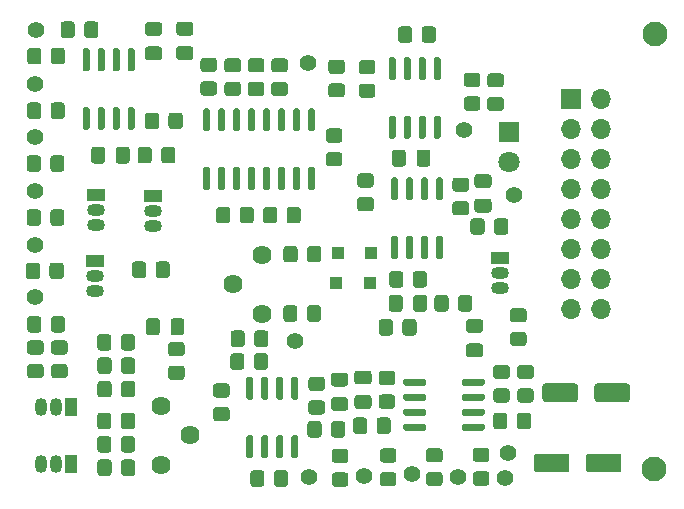
<source format=gbr>
%TF.GenerationSoftware,KiCad,Pcbnew,(5.1.10)-1*%
%TF.CreationDate,2021-07-01T15:47:13-04:00*%
%TF.ProjectId,LFO,4c464f2e-6b69-4636-9164-5f7063625858,rev?*%
%TF.SameCoordinates,Original*%
%TF.FileFunction,Soldermask,Top*%
%TF.FilePolarity,Negative*%
%FSLAX46Y46*%
G04 Gerber Fmt 4.6, Leading zero omitted, Abs format (unit mm)*
G04 Created by KiCad (PCBNEW (5.1.10)-1) date 2021-07-01 15:47:13*
%MOMM*%
%LPD*%
G01*
G04 APERTURE LIST*
%ADD10C,2.100000*%
%ADD11O,1.700000X1.700000*%
%ADD12R,1.700000X1.700000*%
%ADD13C,1.620000*%
%ADD14R,1.500000X1.050000*%
%ADD15O,1.500000X1.050000*%
%ADD16R,1.050000X1.500000*%
%ADD17O,1.050000X1.500000*%
%ADD18C,1.800000*%
%ADD19R,1.800000X1.800000*%
%ADD20C,1.400000*%
%ADD21R,1.100000X1.100000*%
G04 APERTURE END LIST*
D10*
%TO.C,REF\u002A\u002A*%
X148580000Y-106540000D03*
%TD*%
%TO.C,REF\u002A\u002A*%
X148650000Y-69710000D03*
%TD*%
D11*
%TO.C,REF\u002A\u002A*%
X144018000Y-92964000D03*
X141478000Y-92964000D03*
X144018000Y-90424000D03*
X141478000Y-90424000D03*
X144018000Y-87884000D03*
X141478000Y-87884000D03*
X144018000Y-85344000D03*
X141478000Y-85344000D03*
X144018000Y-82804000D03*
X141478000Y-82804000D03*
X144018000Y-80264000D03*
X141478000Y-80264000D03*
X144018000Y-77724000D03*
X141478000Y-77724000D03*
X144018000Y-75184000D03*
D12*
X141478000Y-75184000D03*
%TD*%
%TO.C,U3*%
G36*
G01*
X110817800Y-77951200D02*
X110517800Y-77951200D01*
G75*
G02*
X110367800Y-77801200I0J150000D01*
G01*
X110367800Y-76151200D01*
G75*
G02*
X110517800Y-76001200I150000J0D01*
G01*
X110817800Y-76001200D01*
G75*
G02*
X110967800Y-76151200I0J-150000D01*
G01*
X110967800Y-77801200D01*
G75*
G02*
X110817800Y-77951200I-150000J0D01*
G01*
G37*
G36*
G01*
X112087800Y-77951200D02*
X111787800Y-77951200D01*
G75*
G02*
X111637800Y-77801200I0J150000D01*
G01*
X111637800Y-76151200D01*
G75*
G02*
X111787800Y-76001200I150000J0D01*
G01*
X112087800Y-76001200D01*
G75*
G02*
X112237800Y-76151200I0J-150000D01*
G01*
X112237800Y-77801200D01*
G75*
G02*
X112087800Y-77951200I-150000J0D01*
G01*
G37*
G36*
G01*
X113357800Y-77951200D02*
X113057800Y-77951200D01*
G75*
G02*
X112907800Y-77801200I0J150000D01*
G01*
X112907800Y-76151200D01*
G75*
G02*
X113057800Y-76001200I150000J0D01*
G01*
X113357800Y-76001200D01*
G75*
G02*
X113507800Y-76151200I0J-150000D01*
G01*
X113507800Y-77801200D01*
G75*
G02*
X113357800Y-77951200I-150000J0D01*
G01*
G37*
G36*
G01*
X114627800Y-77951200D02*
X114327800Y-77951200D01*
G75*
G02*
X114177800Y-77801200I0J150000D01*
G01*
X114177800Y-76151200D01*
G75*
G02*
X114327800Y-76001200I150000J0D01*
G01*
X114627800Y-76001200D01*
G75*
G02*
X114777800Y-76151200I0J-150000D01*
G01*
X114777800Y-77801200D01*
G75*
G02*
X114627800Y-77951200I-150000J0D01*
G01*
G37*
G36*
G01*
X115897800Y-77951200D02*
X115597800Y-77951200D01*
G75*
G02*
X115447800Y-77801200I0J150000D01*
G01*
X115447800Y-76151200D01*
G75*
G02*
X115597800Y-76001200I150000J0D01*
G01*
X115897800Y-76001200D01*
G75*
G02*
X116047800Y-76151200I0J-150000D01*
G01*
X116047800Y-77801200D01*
G75*
G02*
X115897800Y-77951200I-150000J0D01*
G01*
G37*
G36*
G01*
X117167800Y-77951200D02*
X116867800Y-77951200D01*
G75*
G02*
X116717800Y-77801200I0J150000D01*
G01*
X116717800Y-76151200D01*
G75*
G02*
X116867800Y-76001200I150000J0D01*
G01*
X117167800Y-76001200D01*
G75*
G02*
X117317800Y-76151200I0J-150000D01*
G01*
X117317800Y-77801200D01*
G75*
G02*
X117167800Y-77951200I-150000J0D01*
G01*
G37*
G36*
G01*
X118437800Y-77951200D02*
X118137800Y-77951200D01*
G75*
G02*
X117987800Y-77801200I0J150000D01*
G01*
X117987800Y-76151200D01*
G75*
G02*
X118137800Y-76001200I150000J0D01*
G01*
X118437800Y-76001200D01*
G75*
G02*
X118587800Y-76151200I0J-150000D01*
G01*
X118587800Y-77801200D01*
G75*
G02*
X118437800Y-77951200I-150000J0D01*
G01*
G37*
G36*
G01*
X119707800Y-77951200D02*
X119407800Y-77951200D01*
G75*
G02*
X119257800Y-77801200I0J150000D01*
G01*
X119257800Y-76151200D01*
G75*
G02*
X119407800Y-76001200I150000J0D01*
G01*
X119707800Y-76001200D01*
G75*
G02*
X119857800Y-76151200I0J-150000D01*
G01*
X119857800Y-77801200D01*
G75*
G02*
X119707800Y-77951200I-150000J0D01*
G01*
G37*
G36*
G01*
X119707800Y-82901200D02*
X119407800Y-82901200D01*
G75*
G02*
X119257800Y-82751200I0J150000D01*
G01*
X119257800Y-81101200D01*
G75*
G02*
X119407800Y-80951200I150000J0D01*
G01*
X119707800Y-80951200D01*
G75*
G02*
X119857800Y-81101200I0J-150000D01*
G01*
X119857800Y-82751200D01*
G75*
G02*
X119707800Y-82901200I-150000J0D01*
G01*
G37*
G36*
G01*
X118437800Y-82901200D02*
X118137800Y-82901200D01*
G75*
G02*
X117987800Y-82751200I0J150000D01*
G01*
X117987800Y-81101200D01*
G75*
G02*
X118137800Y-80951200I150000J0D01*
G01*
X118437800Y-80951200D01*
G75*
G02*
X118587800Y-81101200I0J-150000D01*
G01*
X118587800Y-82751200D01*
G75*
G02*
X118437800Y-82901200I-150000J0D01*
G01*
G37*
G36*
G01*
X117167800Y-82901200D02*
X116867800Y-82901200D01*
G75*
G02*
X116717800Y-82751200I0J150000D01*
G01*
X116717800Y-81101200D01*
G75*
G02*
X116867800Y-80951200I150000J0D01*
G01*
X117167800Y-80951200D01*
G75*
G02*
X117317800Y-81101200I0J-150000D01*
G01*
X117317800Y-82751200D01*
G75*
G02*
X117167800Y-82901200I-150000J0D01*
G01*
G37*
G36*
G01*
X115897800Y-82901200D02*
X115597800Y-82901200D01*
G75*
G02*
X115447800Y-82751200I0J150000D01*
G01*
X115447800Y-81101200D01*
G75*
G02*
X115597800Y-80951200I150000J0D01*
G01*
X115897800Y-80951200D01*
G75*
G02*
X116047800Y-81101200I0J-150000D01*
G01*
X116047800Y-82751200D01*
G75*
G02*
X115897800Y-82901200I-150000J0D01*
G01*
G37*
G36*
G01*
X114627800Y-82901200D02*
X114327800Y-82901200D01*
G75*
G02*
X114177800Y-82751200I0J150000D01*
G01*
X114177800Y-81101200D01*
G75*
G02*
X114327800Y-80951200I150000J0D01*
G01*
X114627800Y-80951200D01*
G75*
G02*
X114777800Y-81101200I0J-150000D01*
G01*
X114777800Y-82751200D01*
G75*
G02*
X114627800Y-82901200I-150000J0D01*
G01*
G37*
G36*
G01*
X113357800Y-82901200D02*
X113057800Y-82901200D01*
G75*
G02*
X112907800Y-82751200I0J150000D01*
G01*
X112907800Y-81101200D01*
G75*
G02*
X113057800Y-80951200I150000J0D01*
G01*
X113357800Y-80951200D01*
G75*
G02*
X113507800Y-81101200I0J-150000D01*
G01*
X113507800Y-82751200D01*
G75*
G02*
X113357800Y-82901200I-150000J0D01*
G01*
G37*
G36*
G01*
X112087800Y-82901200D02*
X111787800Y-82901200D01*
G75*
G02*
X111637800Y-82751200I0J150000D01*
G01*
X111637800Y-81101200D01*
G75*
G02*
X111787800Y-80951200I150000J0D01*
G01*
X112087800Y-80951200D01*
G75*
G02*
X112237800Y-81101200I0J-150000D01*
G01*
X112237800Y-82751200D01*
G75*
G02*
X112087800Y-82901200I-150000J0D01*
G01*
G37*
G36*
G01*
X110817800Y-82901200D02*
X110517800Y-82901200D01*
G75*
G02*
X110367800Y-82751200I0J150000D01*
G01*
X110367800Y-81101200D01*
G75*
G02*
X110517800Y-80951200I150000J0D01*
G01*
X110817800Y-80951200D01*
G75*
G02*
X110967800Y-81101200I0J-150000D01*
G01*
X110967800Y-82751200D01*
G75*
G02*
X110817800Y-82901200I-150000J0D01*
G01*
G37*
%TD*%
%TO.C,R63*%
G36*
G01*
X126383201Y-99422000D02*
X125483199Y-99422000D01*
G75*
G02*
X125233200Y-99172001I0J249999D01*
G01*
X125233200Y-98471999D01*
G75*
G02*
X125483199Y-98222000I249999J0D01*
G01*
X126383201Y-98222000D01*
G75*
G02*
X126633200Y-98471999I0J-249999D01*
G01*
X126633200Y-99172001D01*
G75*
G02*
X126383201Y-99422000I-249999J0D01*
G01*
G37*
G36*
G01*
X126383201Y-101422000D02*
X125483199Y-101422000D01*
G75*
G02*
X125233200Y-101172001I0J249999D01*
G01*
X125233200Y-100471999D01*
G75*
G02*
X125483199Y-100222000I249999J0D01*
G01*
X126383201Y-100222000D01*
G75*
G02*
X126633200Y-100471999I0J-249999D01*
G01*
X126633200Y-101172001D01*
G75*
G02*
X126383201Y-101422000I-249999J0D01*
G01*
G37*
%TD*%
%TO.C,R61*%
G36*
G01*
X135004000Y-86454401D02*
X135004000Y-85554399D01*
G75*
G02*
X135253999Y-85304400I249999J0D01*
G01*
X135954001Y-85304400D01*
G75*
G02*
X136204000Y-85554399I0J-249999D01*
G01*
X136204000Y-86454401D01*
G75*
G02*
X135954001Y-86704400I-249999J0D01*
G01*
X135253999Y-86704400D01*
G75*
G02*
X135004000Y-86454401I0J249999D01*
G01*
G37*
G36*
G01*
X133004000Y-86454401D02*
X133004000Y-85554399D01*
G75*
G02*
X133253999Y-85304400I249999J0D01*
G01*
X133954001Y-85304400D01*
G75*
G02*
X134204000Y-85554399I0J-249999D01*
G01*
X134204000Y-86454401D01*
G75*
G02*
X133954001Y-86704400I-249999J0D01*
G01*
X133253999Y-86704400D01*
G75*
G02*
X133004000Y-86454401I0J249999D01*
G01*
G37*
%TD*%
%TO.C,R60*%
G36*
G01*
X136608399Y-94922800D02*
X137508401Y-94922800D01*
G75*
G02*
X137758400Y-95172799I0J-249999D01*
G01*
X137758400Y-95872801D01*
G75*
G02*
X137508401Y-96122800I-249999J0D01*
G01*
X136608399Y-96122800D01*
G75*
G02*
X136358400Y-95872801I0J249999D01*
G01*
X136358400Y-95172799D01*
G75*
G02*
X136608399Y-94922800I249999J0D01*
G01*
G37*
G36*
G01*
X136608399Y-92922800D02*
X137508401Y-92922800D01*
G75*
G02*
X137758400Y-93172799I0J-249999D01*
G01*
X137758400Y-93872801D01*
G75*
G02*
X137508401Y-94122800I-249999J0D01*
G01*
X136608399Y-94122800D01*
G75*
G02*
X136358400Y-93872801I0J249999D01*
G01*
X136358400Y-93172799D01*
G75*
G02*
X136608399Y-92922800I249999J0D01*
G01*
G37*
%TD*%
%TO.C,R59*%
G36*
G01*
X122420801Y-106026000D02*
X121520799Y-106026000D01*
G75*
G02*
X121270800Y-105776001I0J249999D01*
G01*
X121270800Y-105075999D01*
G75*
G02*
X121520799Y-104826000I249999J0D01*
G01*
X122420801Y-104826000D01*
G75*
G02*
X122670800Y-105075999I0J-249999D01*
G01*
X122670800Y-105776001D01*
G75*
G02*
X122420801Y-106026000I-249999J0D01*
G01*
G37*
G36*
G01*
X122420801Y-108026000D02*
X121520799Y-108026000D01*
G75*
G02*
X121270800Y-107776001I0J249999D01*
G01*
X121270800Y-107075999D01*
G75*
G02*
X121520799Y-106826000I249999J0D01*
G01*
X122420801Y-106826000D01*
G75*
G02*
X122670800Y-107075999I0J-249999D01*
G01*
X122670800Y-107776001D01*
G75*
G02*
X122420801Y-108026000I-249999J0D01*
G01*
G37*
%TD*%
%TO.C,R58*%
G36*
G01*
X130396401Y-105975200D02*
X129496399Y-105975200D01*
G75*
G02*
X129246400Y-105725201I0J249999D01*
G01*
X129246400Y-105025199D01*
G75*
G02*
X129496399Y-104775200I249999J0D01*
G01*
X130396401Y-104775200D01*
G75*
G02*
X130646400Y-105025199I0J-249999D01*
G01*
X130646400Y-105725201D01*
G75*
G02*
X130396401Y-105975200I-249999J0D01*
G01*
G37*
G36*
G01*
X130396401Y-107975200D02*
X129496399Y-107975200D01*
G75*
G02*
X129246400Y-107725201I0J249999D01*
G01*
X129246400Y-107025199D01*
G75*
G02*
X129496399Y-106775200I249999J0D01*
G01*
X130396401Y-106775200D01*
G75*
G02*
X130646400Y-107025199I0J-249999D01*
G01*
X130646400Y-107725201D01*
G75*
G02*
X130396401Y-107975200I-249999J0D01*
G01*
G37*
%TD*%
%TO.C,R57*%
G36*
G01*
X115560400Y-106890399D02*
X115560400Y-107790401D01*
G75*
G02*
X115310401Y-108040400I-249999J0D01*
G01*
X114610399Y-108040400D01*
G75*
G02*
X114360400Y-107790401I0J249999D01*
G01*
X114360400Y-106890399D01*
G75*
G02*
X114610399Y-106640400I249999J0D01*
G01*
X115310401Y-106640400D01*
G75*
G02*
X115560400Y-106890399I0J-249999D01*
G01*
G37*
G36*
G01*
X117560400Y-106890399D02*
X117560400Y-107790401D01*
G75*
G02*
X117310401Y-108040400I-249999J0D01*
G01*
X116610399Y-108040400D01*
G75*
G02*
X116360400Y-107790401I0J249999D01*
G01*
X116360400Y-106890399D01*
G75*
G02*
X116610399Y-106640400I249999J0D01*
G01*
X117310401Y-106640400D01*
G75*
G02*
X117560400Y-106890399I0J-249999D01*
G01*
G37*
%TD*%
%TO.C,R56*%
G36*
G01*
X121202400Y-103624801D02*
X121202400Y-102724799D01*
G75*
G02*
X121452399Y-102474800I249999J0D01*
G01*
X122152401Y-102474800D01*
G75*
G02*
X122402400Y-102724799I0J-249999D01*
G01*
X122402400Y-103624801D01*
G75*
G02*
X122152401Y-103874800I-249999J0D01*
G01*
X121452399Y-103874800D01*
G75*
G02*
X121202400Y-103624801I0J249999D01*
G01*
G37*
G36*
G01*
X119202400Y-103624801D02*
X119202400Y-102724799D01*
G75*
G02*
X119452399Y-102474800I249999J0D01*
G01*
X120152401Y-102474800D01*
G75*
G02*
X120402400Y-102724799I0J-249999D01*
G01*
X120402400Y-103624801D01*
G75*
G02*
X120152401Y-103874800I-249999J0D01*
G01*
X119452399Y-103874800D01*
G75*
G02*
X119202400Y-103624801I0J249999D01*
G01*
G37*
%TD*%
%TO.C,R55*%
G36*
G01*
X120439601Y-99930000D02*
X119539599Y-99930000D01*
G75*
G02*
X119289600Y-99680001I0J249999D01*
G01*
X119289600Y-98979999D01*
G75*
G02*
X119539599Y-98730000I249999J0D01*
G01*
X120439601Y-98730000D01*
G75*
G02*
X120689600Y-98979999I0J-249999D01*
G01*
X120689600Y-99680001D01*
G75*
G02*
X120439601Y-99930000I-249999J0D01*
G01*
G37*
G36*
G01*
X120439601Y-101930000D02*
X119539599Y-101930000D01*
G75*
G02*
X119289600Y-101680001I0J249999D01*
G01*
X119289600Y-100979999D01*
G75*
G02*
X119539599Y-100730000I249999J0D01*
G01*
X120439601Y-100730000D01*
G75*
G02*
X120689600Y-100979999I0J-249999D01*
G01*
X120689600Y-101680001D01*
G75*
G02*
X120439601Y-101930000I-249999J0D01*
G01*
G37*
%TD*%
%TO.C,R54*%
G36*
G01*
X132631601Y-83064400D02*
X131731599Y-83064400D01*
G75*
G02*
X131481600Y-82814401I0J249999D01*
G01*
X131481600Y-82114399D01*
G75*
G02*
X131731599Y-81864400I249999J0D01*
G01*
X132631601Y-81864400D01*
G75*
G02*
X132881600Y-82114399I0J-249999D01*
G01*
X132881600Y-82814401D01*
G75*
G02*
X132631601Y-83064400I-249999J0D01*
G01*
G37*
G36*
G01*
X132631601Y-85064400D02*
X131731599Y-85064400D01*
G75*
G02*
X131481600Y-84814401I0J249999D01*
G01*
X131481600Y-84114399D01*
G75*
G02*
X131731599Y-83864400I249999J0D01*
G01*
X132631601Y-83864400D01*
G75*
G02*
X132881600Y-84114399I0J-249999D01*
G01*
X132881600Y-84814401D01*
G75*
G02*
X132631601Y-85064400I-249999J0D01*
G01*
G37*
%TD*%
%TO.C,R53*%
G36*
G01*
X113900000Y-95053999D02*
X113900000Y-95954001D01*
G75*
G02*
X113650001Y-96204000I-249999J0D01*
G01*
X112949999Y-96204000D01*
G75*
G02*
X112700000Y-95954001I0J249999D01*
G01*
X112700000Y-95053999D01*
G75*
G02*
X112949999Y-94804000I249999J0D01*
G01*
X113650001Y-94804000D01*
G75*
G02*
X113900000Y-95053999I0J-249999D01*
G01*
G37*
G36*
G01*
X115900000Y-95053999D02*
X115900000Y-95954001D01*
G75*
G02*
X115650001Y-96204000I-249999J0D01*
G01*
X114949999Y-96204000D01*
G75*
G02*
X114700000Y-95954001I0J249999D01*
G01*
X114700000Y-95053999D01*
G75*
G02*
X114949999Y-94804000I249999J0D01*
G01*
X115650001Y-94804000D01*
G75*
G02*
X115900000Y-95053999I0J-249999D01*
G01*
G37*
%TD*%
%TO.C,R52*%
G36*
G01*
X113865200Y-96984399D02*
X113865200Y-97884401D01*
G75*
G02*
X113615201Y-98134400I-249999J0D01*
G01*
X112915199Y-98134400D01*
G75*
G02*
X112665200Y-97884401I0J249999D01*
G01*
X112665200Y-96984399D01*
G75*
G02*
X112915199Y-96734400I249999J0D01*
G01*
X113615201Y-96734400D01*
G75*
G02*
X113865200Y-96984399I0J-249999D01*
G01*
G37*
G36*
G01*
X115865200Y-96984399D02*
X115865200Y-97884401D01*
G75*
G02*
X115615201Y-98134400I-249999J0D01*
G01*
X114915199Y-98134400D01*
G75*
G02*
X114665200Y-97884401I0J249999D01*
G01*
X114665200Y-96984399D01*
G75*
G02*
X114915199Y-96734400I249999J0D01*
G01*
X115615201Y-96734400D01*
G75*
G02*
X115865200Y-96984399I0J-249999D01*
G01*
G37*
%TD*%
%TO.C,R51*%
G36*
G01*
X108552401Y-96983600D02*
X107652399Y-96983600D01*
G75*
G02*
X107402400Y-96733601I0J249999D01*
G01*
X107402400Y-96033599D01*
G75*
G02*
X107652399Y-95783600I249999J0D01*
G01*
X108552401Y-95783600D01*
G75*
G02*
X108802400Y-96033599I0J-249999D01*
G01*
X108802400Y-96733601D01*
G75*
G02*
X108552401Y-96983600I-249999J0D01*
G01*
G37*
G36*
G01*
X108552401Y-98983600D02*
X107652399Y-98983600D01*
G75*
G02*
X107402400Y-98733601I0J249999D01*
G01*
X107402400Y-98033599D01*
G75*
G02*
X107652399Y-97783600I249999J0D01*
G01*
X108552401Y-97783600D01*
G75*
G02*
X108802400Y-98033599I0J-249999D01*
G01*
X108802400Y-98733601D01*
G75*
G02*
X108552401Y-98983600I-249999J0D01*
G01*
G37*
%TD*%
%TO.C,R50*%
G36*
G01*
X102622400Y-105975999D02*
X102622400Y-106876001D01*
G75*
G02*
X102372401Y-107126000I-249999J0D01*
G01*
X101672399Y-107126000D01*
G75*
G02*
X101422400Y-106876001I0J249999D01*
G01*
X101422400Y-105975999D01*
G75*
G02*
X101672399Y-105726000I249999J0D01*
G01*
X102372401Y-105726000D01*
G75*
G02*
X102622400Y-105975999I0J-249999D01*
G01*
G37*
G36*
G01*
X104622400Y-105975999D02*
X104622400Y-106876001D01*
G75*
G02*
X104372401Y-107126000I-249999J0D01*
G01*
X103672399Y-107126000D01*
G75*
G02*
X103422400Y-106876001I0J249999D01*
G01*
X103422400Y-105975999D01*
G75*
G02*
X103672399Y-105726000I249999J0D01*
G01*
X104372401Y-105726000D01*
G75*
G02*
X104622400Y-105975999I0J-249999D01*
G01*
G37*
%TD*%
%TO.C,R49*%
G36*
G01*
X96614401Y-96847200D02*
X95714399Y-96847200D01*
G75*
G02*
X95464400Y-96597201I0J249999D01*
G01*
X95464400Y-95897199D01*
G75*
G02*
X95714399Y-95647200I249999J0D01*
G01*
X96614401Y-95647200D01*
G75*
G02*
X96864400Y-95897199I0J-249999D01*
G01*
X96864400Y-96597201D01*
G75*
G02*
X96614401Y-96847200I-249999J0D01*
G01*
G37*
G36*
G01*
X96614401Y-98847200D02*
X95714399Y-98847200D01*
G75*
G02*
X95464400Y-98597201I0J249999D01*
G01*
X95464400Y-97897199D01*
G75*
G02*
X95714399Y-97647200I249999J0D01*
G01*
X96614401Y-97647200D01*
G75*
G02*
X96864400Y-97897199I0J-249999D01*
G01*
X96864400Y-98597201D01*
G75*
G02*
X96614401Y-98847200I-249999J0D01*
G01*
G37*
%TD*%
%TO.C,R48*%
G36*
G01*
X123670399Y-83508800D02*
X124570401Y-83508800D01*
G75*
G02*
X124820400Y-83758799I0J-249999D01*
G01*
X124820400Y-84458801D01*
G75*
G02*
X124570401Y-84708800I-249999J0D01*
G01*
X123670399Y-84708800D01*
G75*
G02*
X123420400Y-84458801I0J249999D01*
G01*
X123420400Y-83758799D01*
G75*
G02*
X123670399Y-83508800I249999J0D01*
G01*
G37*
G36*
G01*
X123670399Y-81508800D02*
X124570401Y-81508800D01*
G75*
G02*
X124820400Y-81758799I0J-249999D01*
G01*
X124820400Y-82458801D01*
G75*
G02*
X124570401Y-82708800I-249999J0D01*
G01*
X123670399Y-82708800D01*
G75*
G02*
X123420400Y-82458801I0J249999D01*
G01*
X123420400Y-81758799D01*
G75*
G02*
X123670399Y-81508800I249999J0D01*
G01*
G37*
%TD*%
%TO.C,R47*%
G36*
G01*
X111462399Y-101288800D02*
X112362401Y-101288800D01*
G75*
G02*
X112612400Y-101538799I0J-249999D01*
G01*
X112612400Y-102238801D01*
G75*
G02*
X112362401Y-102488800I-249999J0D01*
G01*
X111462399Y-102488800D01*
G75*
G02*
X111212400Y-102238801I0J249999D01*
G01*
X111212400Y-101538799D01*
G75*
G02*
X111462399Y-101288800I249999J0D01*
G01*
G37*
G36*
G01*
X111462399Y-99288800D02*
X112362401Y-99288800D01*
G75*
G02*
X112612400Y-99538799I0J-249999D01*
G01*
X112612400Y-100238801D01*
G75*
G02*
X112362401Y-100488800I-249999J0D01*
G01*
X111462399Y-100488800D01*
G75*
G02*
X111212400Y-100238801I0J249999D01*
G01*
X111212400Y-99538799D01*
G75*
G02*
X111462399Y-99288800I249999J0D01*
G01*
G37*
%TD*%
D13*
%TO.C,R46*%
X106781600Y-101193600D03*
X109281600Y-103693600D03*
X106781600Y-106193600D03*
%TD*%
%TO.C,R45*%
G36*
G01*
X102606400Y-103994799D02*
X102606400Y-104894801D01*
G75*
G02*
X102356401Y-105144800I-249999J0D01*
G01*
X101656399Y-105144800D01*
G75*
G02*
X101406400Y-104894801I0J249999D01*
G01*
X101406400Y-103994799D01*
G75*
G02*
X101656399Y-103744800I249999J0D01*
G01*
X102356401Y-103744800D01*
G75*
G02*
X102606400Y-103994799I0J-249999D01*
G01*
G37*
G36*
G01*
X104606400Y-103994799D02*
X104606400Y-104894801D01*
G75*
G02*
X104356401Y-105144800I-249999J0D01*
G01*
X103656399Y-105144800D01*
G75*
G02*
X103406400Y-104894801I0J249999D01*
G01*
X103406400Y-103994799D01*
G75*
G02*
X103656399Y-103744800I249999J0D01*
G01*
X104356401Y-103744800D01*
G75*
G02*
X104606400Y-103994799I0J-249999D01*
G01*
G37*
%TD*%
%TO.C,R44*%
G36*
G01*
X102606400Y-102013599D02*
X102606400Y-102913601D01*
G75*
G02*
X102356401Y-103163600I-249999J0D01*
G01*
X101656399Y-103163600D01*
G75*
G02*
X101406400Y-102913601I0J249999D01*
G01*
X101406400Y-102013599D01*
G75*
G02*
X101656399Y-101763600I249999J0D01*
G01*
X102356401Y-101763600D01*
G75*
G02*
X102606400Y-102013599I0J-249999D01*
G01*
G37*
G36*
G01*
X104606400Y-102013599D02*
X104606400Y-102913601D01*
G75*
G02*
X104356401Y-103163600I-249999J0D01*
G01*
X103656399Y-103163600D01*
G75*
G02*
X103406400Y-102913601I0J249999D01*
G01*
X103406400Y-102013599D01*
G75*
G02*
X103656399Y-101763600I249999J0D01*
G01*
X104356401Y-101763600D01*
G75*
G02*
X104606400Y-102013599I0J-249999D01*
G01*
G37*
%TD*%
%TO.C,R43*%
G36*
G01*
X128873200Y-70198401D02*
X128873200Y-69298399D01*
G75*
G02*
X129123199Y-69048400I249999J0D01*
G01*
X129823201Y-69048400D01*
G75*
G02*
X130073200Y-69298399I0J-249999D01*
G01*
X130073200Y-70198401D01*
G75*
G02*
X129823201Y-70448400I-249999J0D01*
G01*
X129123199Y-70448400D01*
G75*
G02*
X128873200Y-70198401I0J249999D01*
G01*
G37*
G36*
G01*
X126873200Y-70198401D02*
X126873200Y-69298399D01*
G75*
G02*
X127123199Y-69048400I249999J0D01*
G01*
X127823201Y-69048400D01*
G75*
G02*
X128073200Y-69298399I0J-249999D01*
G01*
X128073200Y-70198401D01*
G75*
G02*
X127823201Y-70448400I-249999J0D01*
G01*
X127123199Y-70448400D01*
G75*
G02*
X126873200Y-70198401I0J249999D01*
G01*
G37*
%TD*%
%TO.C,R42*%
G36*
G01*
X126484801Y-105991200D02*
X125584799Y-105991200D01*
G75*
G02*
X125334800Y-105741201I0J249999D01*
G01*
X125334800Y-105041199D01*
G75*
G02*
X125584799Y-104791200I249999J0D01*
G01*
X126484801Y-104791200D01*
G75*
G02*
X126734800Y-105041199I0J-249999D01*
G01*
X126734800Y-105741201D01*
G75*
G02*
X126484801Y-105991200I-249999J0D01*
G01*
G37*
G36*
G01*
X126484801Y-107991200D02*
X125584799Y-107991200D01*
G75*
G02*
X125334800Y-107741201I0J249999D01*
G01*
X125334800Y-107041199D01*
G75*
G02*
X125584799Y-106791200I249999J0D01*
G01*
X126484801Y-106791200D01*
G75*
G02*
X126734800Y-107041199I0J-249999D01*
G01*
X126734800Y-107741201D01*
G75*
G02*
X126484801Y-107991200I-249999J0D01*
G01*
G37*
%TD*%
%TO.C,R41*%
G36*
G01*
X102622400Y-99321199D02*
X102622400Y-100221201D01*
G75*
G02*
X102372401Y-100471200I-249999J0D01*
G01*
X101672399Y-100471200D01*
G75*
G02*
X101422400Y-100221201I0J249999D01*
G01*
X101422400Y-99321199D01*
G75*
G02*
X101672399Y-99071200I249999J0D01*
G01*
X102372401Y-99071200D01*
G75*
G02*
X102622400Y-99321199I0J-249999D01*
G01*
G37*
G36*
G01*
X104622400Y-99321199D02*
X104622400Y-100221201D01*
G75*
G02*
X104372401Y-100471200I-249999J0D01*
G01*
X103672399Y-100471200D01*
G75*
G02*
X103422400Y-100221201I0J249999D01*
G01*
X103422400Y-99321199D01*
G75*
G02*
X103672399Y-99071200I249999J0D01*
G01*
X104372401Y-99071200D01*
G75*
G02*
X104622400Y-99321199I0J-249999D01*
G01*
G37*
%TD*%
%TO.C,R40*%
G36*
G01*
X102622400Y-97339999D02*
X102622400Y-98240001D01*
G75*
G02*
X102372401Y-98490000I-249999J0D01*
G01*
X101672399Y-98490000D01*
G75*
G02*
X101422400Y-98240001I0J249999D01*
G01*
X101422400Y-97339999D01*
G75*
G02*
X101672399Y-97090000I249999J0D01*
G01*
X102372401Y-97090000D01*
G75*
G02*
X102622400Y-97339999I0J-249999D01*
G01*
G37*
G36*
G01*
X104622400Y-97339999D02*
X104622400Y-98240001D01*
G75*
G02*
X104372401Y-98490000I-249999J0D01*
G01*
X103672399Y-98490000D01*
G75*
G02*
X103422400Y-98240001I0J249999D01*
G01*
X103422400Y-97339999D01*
G75*
G02*
X103672399Y-97090000I249999J0D01*
G01*
X104372401Y-97090000D01*
G75*
G02*
X104622400Y-97339999I0J-249999D01*
G01*
G37*
%TD*%
%TO.C,R39*%
G36*
G01*
X98646401Y-96847200D02*
X97746399Y-96847200D01*
G75*
G02*
X97496400Y-96597201I0J249999D01*
G01*
X97496400Y-95897199D01*
G75*
G02*
X97746399Y-95647200I249999J0D01*
G01*
X98646401Y-95647200D01*
G75*
G02*
X98896400Y-95897199I0J-249999D01*
G01*
X98896400Y-96597201D01*
G75*
G02*
X98646401Y-96847200I-249999J0D01*
G01*
G37*
G36*
G01*
X98646401Y-98847200D02*
X97746399Y-98847200D01*
G75*
G02*
X97496400Y-98597201I0J249999D01*
G01*
X97496400Y-97897199D01*
G75*
G02*
X97746399Y-97647200I249999J0D01*
G01*
X98646401Y-97647200D01*
G75*
G02*
X98896400Y-97897199I0J-249999D01*
G01*
X98896400Y-98597201D01*
G75*
G02*
X98646401Y-98847200I-249999J0D01*
G01*
G37*
%TD*%
%TO.C,R38*%
G36*
G01*
X133596801Y-74190400D02*
X132696799Y-74190400D01*
G75*
G02*
X132446800Y-73940401I0J249999D01*
G01*
X132446800Y-73240399D01*
G75*
G02*
X132696799Y-72990400I249999J0D01*
G01*
X133596801Y-72990400D01*
G75*
G02*
X133846800Y-73240399I0J-249999D01*
G01*
X133846800Y-73940401D01*
G75*
G02*
X133596801Y-74190400I-249999J0D01*
G01*
G37*
G36*
G01*
X133596801Y-76190400D02*
X132696799Y-76190400D01*
G75*
G02*
X132446800Y-75940401I0J249999D01*
G01*
X132446800Y-75240399D01*
G75*
G02*
X132696799Y-74990400I249999J0D01*
G01*
X133596801Y-74990400D01*
G75*
G02*
X133846800Y-75240399I0J-249999D01*
G01*
X133846800Y-75940401D01*
G75*
G02*
X133596801Y-76190400I-249999J0D01*
G01*
G37*
%TD*%
%TO.C,R36*%
G36*
G01*
X134358801Y-105940400D02*
X133458799Y-105940400D01*
G75*
G02*
X133208800Y-105690401I0J249999D01*
G01*
X133208800Y-104990399D01*
G75*
G02*
X133458799Y-104740400I249999J0D01*
G01*
X134358801Y-104740400D01*
G75*
G02*
X134608800Y-104990399I0J-249999D01*
G01*
X134608800Y-105690401D01*
G75*
G02*
X134358801Y-105940400I-249999J0D01*
G01*
G37*
G36*
G01*
X134358801Y-107940400D02*
X133458799Y-107940400D01*
G75*
G02*
X133208800Y-107690401I0J249999D01*
G01*
X133208800Y-106990399D01*
G75*
G02*
X133458799Y-106740400I249999J0D01*
G01*
X134358801Y-106740400D01*
G75*
G02*
X134608800Y-106990399I0J-249999D01*
G01*
X134608800Y-107690401D01*
G75*
G02*
X134358801Y-107940400I-249999J0D01*
G01*
G37*
%TD*%
%TO.C,R35*%
G36*
G01*
X135185999Y-99714000D02*
X136086001Y-99714000D01*
G75*
G02*
X136336000Y-99963999I0J-249999D01*
G01*
X136336000Y-100664001D01*
G75*
G02*
X136086001Y-100914000I-249999J0D01*
G01*
X135185999Y-100914000D01*
G75*
G02*
X134936000Y-100664001I0J249999D01*
G01*
X134936000Y-99963999D01*
G75*
G02*
X135185999Y-99714000I249999J0D01*
G01*
G37*
G36*
G01*
X135185999Y-97714000D02*
X136086001Y-97714000D01*
G75*
G02*
X136336000Y-97963999I0J-249999D01*
G01*
X136336000Y-98664001D01*
G75*
G02*
X136086001Y-98914000I-249999J0D01*
G01*
X135185999Y-98914000D01*
G75*
G02*
X134936000Y-98664001I0J249999D01*
G01*
X134936000Y-97963999D01*
G75*
G02*
X135185999Y-97714000I249999J0D01*
G01*
G37*
%TD*%
%TO.C,R34*%
G36*
G01*
X136934400Y-102913601D02*
X136934400Y-102013599D01*
G75*
G02*
X137184399Y-101763600I249999J0D01*
G01*
X137884401Y-101763600D01*
G75*
G02*
X138134400Y-102013599I0J-249999D01*
G01*
X138134400Y-102913601D01*
G75*
G02*
X137884401Y-103163600I-249999J0D01*
G01*
X137184399Y-103163600D01*
G75*
G02*
X136934400Y-102913601I0J249999D01*
G01*
G37*
G36*
G01*
X134934400Y-102913601D02*
X134934400Y-102013599D01*
G75*
G02*
X135184399Y-101763600I249999J0D01*
G01*
X135884401Y-101763600D01*
G75*
G02*
X136134400Y-102013599I0J-249999D01*
G01*
X136134400Y-102913601D01*
G75*
G02*
X135884401Y-103163600I-249999J0D01*
G01*
X135184399Y-103163600D01*
G75*
G02*
X134934400Y-102913601I0J249999D01*
G01*
G37*
%TD*%
%TO.C,R33*%
G36*
G01*
X124263200Y-102419999D02*
X124263200Y-103320001D01*
G75*
G02*
X124013201Y-103570000I-249999J0D01*
G01*
X123313199Y-103570000D01*
G75*
G02*
X123063200Y-103320001I0J249999D01*
G01*
X123063200Y-102419999D01*
G75*
G02*
X123313199Y-102170000I249999J0D01*
G01*
X124013201Y-102170000D01*
G75*
G02*
X124263200Y-102419999I0J-249999D01*
G01*
G37*
G36*
G01*
X126263200Y-102419999D02*
X126263200Y-103320001D01*
G75*
G02*
X126013201Y-103570000I-249999J0D01*
G01*
X125313199Y-103570000D01*
G75*
G02*
X125063200Y-103320001I0J249999D01*
G01*
X125063200Y-102419999D01*
G75*
G02*
X125313199Y-102170000I249999J0D01*
G01*
X126013201Y-102170000D01*
G75*
G02*
X126263200Y-102419999I0J-249999D01*
G01*
G37*
%TD*%
%TO.C,R32*%
G36*
G01*
X102606400Y-95358799D02*
X102606400Y-96258801D01*
G75*
G02*
X102356401Y-96508800I-249999J0D01*
G01*
X101656399Y-96508800D01*
G75*
G02*
X101406400Y-96258801I0J249999D01*
G01*
X101406400Y-95358799D01*
G75*
G02*
X101656399Y-95108800I249999J0D01*
G01*
X102356401Y-95108800D01*
G75*
G02*
X102606400Y-95358799I0J-249999D01*
G01*
G37*
G36*
G01*
X104606400Y-95358799D02*
X104606400Y-96258801D01*
G75*
G02*
X104356401Y-96508800I-249999J0D01*
G01*
X103656399Y-96508800D01*
G75*
G02*
X103406400Y-96258801I0J249999D01*
G01*
X103406400Y-95358799D01*
G75*
G02*
X103656399Y-95108800I249999J0D01*
G01*
X104356401Y-95108800D01*
G75*
G02*
X104606400Y-95358799I0J-249999D01*
G01*
G37*
%TD*%
%TO.C,R31*%
G36*
G01*
X126447600Y-94088799D02*
X126447600Y-94988801D01*
G75*
G02*
X126197601Y-95238800I-249999J0D01*
G01*
X125497599Y-95238800D01*
G75*
G02*
X125247600Y-94988801I0J249999D01*
G01*
X125247600Y-94088799D01*
G75*
G02*
X125497599Y-93838800I249999J0D01*
G01*
X126197601Y-93838800D01*
G75*
G02*
X126447600Y-94088799I0J-249999D01*
G01*
G37*
G36*
G01*
X128447600Y-94088799D02*
X128447600Y-94988801D01*
G75*
G02*
X128197601Y-95238800I-249999J0D01*
G01*
X127497599Y-95238800D01*
G75*
G02*
X127247600Y-94988801I0J249999D01*
G01*
X127247600Y-94088799D01*
G75*
G02*
X127497599Y-93838800I249999J0D01*
G01*
X128197601Y-93838800D01*
G75*
G02*
X128447600Y-94088799I0J-249999D01*
G01*
G37*
%TD*%
%TO.C,R30*%
G36*
G01*
X118354400Y-92920399D02*
X118354400Y-93820401D01*
G75*
G02*
X118104401Y-94070400I-249999J0D01*
G01*
X117404399Y-94070400D01*
G75*
G02*
X117154400Y-93820401I0J249999D01*
G01*
X117154400Y-92920399D01*
G75*
G02*
X117404399Y-92670400I249999J0D01*
G01*
X118104401Y-92670400D01*
G75*
G02*
X118354400Y-92920399I0J-249999D01*
G01*
G37*
G36*
G01*
X120354400Y-92920399D02*
X120354400Y-93820401D01*
G75*
G02*
X120104401Y-94070400I-249999J0D01*
G01*
X119404399Y-94070400D01*
G75*
G02*
X119154400Y-93820401I0J249999D01*
G01*
X119154400Y-92920399D01*
G75*
G02*
X119404399Y-92670400I249999J0D01*
G01*
X120104401Y-92670400D01*
G75*
G02*
X120354400Y-92920399I0J-249999D01*
G01*
G37*
%TD*%
%TO.C,R29*%
G36*
G01*
X138118001Y-98914000D02*
X137217999Y-98914000D01*
G75*
G02*
X136968000Y-98664001I0J249999D01*
G01*
X136968000Y-97963999D01*
G75*
G02*
X137217999Y-97714000I249999J0D01*
G01*
X138118001Y-97714000D01*
G75*
G02*
X138368000Y-97963999I0J-249999D01*
G01*
X138368000Y-98664001D01*
G75*
G02*
X138118001Y-98914000I-249999J0D01*
G01*
G37*
G36*
G01*
X138118001Y-100914000D02*
X137217999Y-100914000D01*
G75*
G02*
X136968000Y-100664001I0J249999D01*
G01*
X136968000Y-99963999D01*
G75*
G02*
X137217999Y-99714000I249999J0D01*
G01*
X138118001Y-99714000D01*
G75*
G02*
X138368000Y-99963999I0J-249999D01*
G01*
X138368000Y-100664001D01*
G75*
G02*
X138118001Y-100914000I-249999J0D01*
G01*
G37*
%TD*%
%TO.C,R28*%
G36*
G01*
X124706801Y-73107600D02*
X123806799Y-73107600D01*
G75*
G02*
X123556800Y-72857601I0J249999D01*
G01*
X123556800Y-72157599D01*
G75*
G02*
X123806799Y-71907600I249999J0D01*
G01*
X124706801Y-71907600D01*
G75*
G02*
X124956800Y-72157599I0J-249999D01*
G01*
X124956800Y-72857601D01*
G75*
G02*
X124706801Y-73107600I-249999J0D01*
G01*
G37*
G36*
G01*
X124706801Y-75107600D02*
X123806799Y-75107600D01*
G75*
G02*
X123556800Y-74857601I0J249999D01*
G01*
X123556800Y-74157599D01*
G75*
G02*
X123806799Y-73907600I249999J0D01*
G01*
X124706801Y-73907600D01*
G75*
G02*
X124956800Y-74157599I0J-249999D01*
G01*
X124956800Y-74857601D01*
G75*
G02*
X124706801Y-75107600I-249999J0D01*
G01*
G37*
%TD*%
%TO.C,R27*%
G36*
G01*
X119170400Y-88791201D02*
X119170400Y-87891199D01*
G75*
G02*
X119420399Y-87641200I249999J0D01*
G01*
X120120401Y-87641200D01*
G75*
G02*
X120370400Y-87891199I0J-249999D01*
G01*
X120370400Y-88791201D01*
G75*
G02*
X120120401Y-89041200I-249999J0D01*
G01*
X119420399Y-89041200D01*
G75*
G02*
X119170400Y-88791201I0J249999D01*
G01*
G37*
G36*
G01*
X117170400Y-88791201D02*
X117170400Y-87891199D01*
G75*
G02*
X117420399Y-87641200I249999J0D01*
G01*
X118120401Y-87641200D01*
G75*
G02*
X118370400Y-87891199I0J-249999D01*
G01*
X118370400Y-88791201D01*
G75*
G02*
X118120401Y-89041200I-249999J0D01*
G01*
X117420399Y-89041200D01*
G75*
G02*
X117170400Y-88791201I0J249999D01*
G01*
G37*
%TD*%
%TO.C,R26*%
G36*
G01*
X113464800Y-85489201D02*
X113464800Y-84589199D01*
G75*
G02*
X113714799Y-84339200I249999J0D01*
G01*
X114414801Y-84339200D01*
G75*
G02*
X114664800Y-84589199I0J-249999D01*
G01*
X114664800Y-85489201D01*
G75*
G02*
X114414801Y-85739200I-249999J0D01*
G01*
X113714799Y-85739200D01*
G75*
G02*
X113464800Y-85489201I0J249999D01*
G01*
G37*
G36*
G01*
X111464800Y-85489201D02*
X111464800Y-84589199D01*
G75*
G02*
X111714799Y-84339200I249999J0D01*
G01*
X112414801Y-84339200D01*
G75*
G02*
X112664800Y-84589199I0J-249999D01*
G01*
X112664800Y-85489201D01*
G75*
G02*
X112414801Y-85739200I-249999J0D01*
G01*
X111714799Y-85739200D01*
G75*
G02*
X111464800Y-85489201I0J249999D01*
G01*
G37*
%TD*%
%TO.C,R25*%
X115366800Y-93370400D03*
X112866800Y-90870400D03*
X115366800Y-88370400D03*
%TD*%
%TO.C,R24*%
G36*
G01*
X117290001Y-72955200D02*
X116389999Y-72955200D01*
G75*
G02*
X116140000Y-72705201I0J249999D01*
G01*
X116140000Y-72005199D01*
G75*
G02*
X116389999Y-71755200I249999J0D01*
G01*
X117290001Y-71755200D01*
G75*
G02*
X117540000Y-72005199I0J-249999D01*
G01*
X117540000Y-72705201D01*
G75*
G02*
X117290001Y-72955200I-249999J0D01*
G01*
G37*
G36*
G01*
X117290001Y-74955200D02*
X116389999Y-74955200D01*
G75*
G02*
X116140000Y-74705201I0J249999D01*
G01*
X116140000Y-74005199D01*
G75*
G02*
X116389999Y-73755200I249999J0D01*
G01*
X117290001Y-73755200D01*
G75*
G02*
X117540000Y-74005199I0J-249999D01*
G01*
X117540000Y-74705201D01*
G75*
G02*
X117290001Y-74955200I-249999J0D01*
G01*
G37*
%TD*%
%TO.C,R23*%
G36*
G01*
X114408799Y-73755200D02*
X115308801Y-73755200D01*
G75*
G02*
X115558800Y-74005199I0J-249999D01*
G01*
X115558800Y-74705201D01*
G75*
G02*
X115308801Y-74955200I-249999J0D01*
G01*
X114408799Y-74955200D01*
G75*
G02*
X114158800Y-74705201I0J249999D01*
G01*
X114158800Y-74005199D01*
G75*
G02*
X114408799Y-73755200I249999J0D01*
G01*
G37*
G36*
G01*
X114408799Y-71755200D02*
X115308801Y-71755200D01*
G75*
G02*
X115558800Y-72005199I0J-249999D01*
G01*
X115558800Y-72705201D01*
G75*
G02*
X115308801Y-72955200I-249999J0D01*
G01*
X114408799Y-72955200D01*
G75*
G02*
X114158800Y-72705201I0J249999D01*
G01*
X114158800Y-72005199D01*
G75*
G02*
X114408799Y-71755200I249999J0D01*
G01*
G37*
%TD*%
%TO.C,R22*%
G36*
G01*
X116643200Y-84589199D02*
X116643200Y-85489201D01*
G75*
G02*
X116393201Y-85739200I-249999J0D01*
G01*
X115693199Y-85739200D01*
G75*
G02*
X115443200Y-85489201I0J249999D01*
G01*
X115443200Y-84589199D01*
G75*
G02*
X115693199Y-84339200I249999J0D01*
G01*
X116393201Y-84339200D01*
G75*
G02*
X116643200Y-84589199I0J-249999D01*
G01*
G37*
G36*
G01*
X118643200Y-84589199D02*
X118643200Y-85489201D01*
G75*
G02*
X118393201Y-85739200I-249999J0D01*
G01*
X117693199Y-85739200D01*
G75*
G02*
X117443200Y-85489201I0J249999D01*
G01*
X117443200Y-84589199D01*
G75*
G02*
X117693199Y-84339200I249999J0D01*
G01*
X118393201Y-84339200D01*
G75*
G02*
X118643200Y-84589199I0J-249999D01*
G01*
G37*
%TD*%
%TO.C,R21*%
G36*
G01*
X121215999Y-73872800D02*
X122116001Y-73872800D01*
G75*
G02*
X122366000Y-74122799I0J-249999D01*
G01*
X122366000Y-74822801D01*
G75*
G02*
X122116001Y-75072800I-249999J0D01*
G01*
X121215999Y-75072800D01*
G75*
G02*
X120966000Y-74822801I0J249999D01*
G01*
X120966000Y-74122799D01*
G75*
G02*
X121215999Y-73872800I249999J0D01*
G01*
G37*
G36*
G01*
X121215999Y-71872800D02*
X122116001Y-71872800D01*
G75*
G02*
X122366000Y-72122799I0J-249999D01*
G01*
X122366000Y-72822801D01*
G75*
G02*
X122116001Y-73072800I-249999J0D01*
G01*
X121215999Y-73072800D01*
G75*
G02*
X120966000Y-72822801I0J249999D01*
G01*
X120966000Y-72122799D01*
G75*
G02*
X121215999Y-71872800I249999J0D01*
G01*
G37*
%TD*%
%TO.C,R20*%
G36*
G01*
X121912801Y-78898800D02*
X121012799Y-78898800D01*
G75*
G02*
X120762800Y-78648801I0J249999D01*
G01*
X120762800Y-77948799D01*
G75*
G02*
X121012799Y-77698800I249999J0D01*
G01*
X121912801Y-77698800D01*
G75*
G02*
X122162800Y-77948799I0J-249999D01*
G01*
X122162800Y-78648801D01*
G75*
G02*
X121912801Y-78898800I-249999J0D01*
G01*
G37*
G36*
G01*
X121912801Y-80898800D02*
X121012799Y-80898800D01*
G75*
G02*
X120762800Y-80648801I0J249999D01*
G01*
X120762800Y-79948799D01*
G75*
G02*
X121012799Y-79698800I249999J0D01*
G01*
X121912801Y-79698800D01*
G75*
G02*
X122162800Y-79948799I0J-249999D01*
G01*
X122162800Y-80648801D01*
G75*
G02*
X121912801Y-80898800I-249999J0D01*
G01*
G37*
%TD*%
%TO.C,R19*%
G36*
G01*
X113327601Y-72955200D02*
X112427599Y-72955200D01*
G75*
G02*
X112177600Y-72705201I0J249999D01*
G01*
X112177600Y-72005199D01*
G75*
G02*
X112427599Y-71755200I249999J0D01*
G01*
X113327601Y-71755200D01*
G75*
G02*
X113577600Y-72005199I0J-249999D01*
G01*
X113577600Y-72705201D01*
G75*
G02*
X113327601Y-72955200I-249999J0D01*
G01*
G37*
G36*
G01*
X113327601Y-74955200D02*
X112427599Y-74955200D01*
G75*
G02*
X112177600Y-74705201I0J249999D01*
G01*
X112177600Y-74005199D01*
G75*
G02*
X112427599Y-73755200I249999J0D01*
G01*
X113327601Y-73755200D01*
G75*
G02*
X113577600Y-74005199I0J-249999D01*
G01*
X113577600Y-74705201D01*
G75*
G02*
X113327601Y-74955200I-249999J0D01*
G01*
G37*
%TD*%
%TO.C,R18*%
G36*
G01*
X128127200Y-90924801D02*
X128127200Y-90024799D01*
G75*
G02*
X128377199Y-89774800I249999J0D01*
G01*
X129077201Y-89774800D01*
G75*
G02*
X129327200Y-90024799I0J-249999D01*
G01*
X129327200Y-90924801D01*
G75*
G02*
X129077201Y-91174800I-249999J0D01*
G01*
X128377199Y-91174800D01*
G75*
G02*
X128127200Y-90924801I0J249999D01*
G01*
G37*
G36*
G01*
X126127200Y-90924801D02*
X126127200Y-90024799D01*
G75*
G02*
X126377199Y-89774800I249999J0D01*
G01*
X127077201Y-89774800D01*
G75*
G02*
X127327200Y-90024799I0J-249999D01*
G01*
X127327200Y-90924801D01*
G75*
G02*
X127077201Y-91174800I-249999J0D01*
G01*
X126377199Y-91174800D01*
G75*
G02*
X126127200Y-90924801I0J249999D01*
G01*
G37*
%TD*%
%TO.C,R17*%
G36*
G01*
X131956000Y-92956801D02*
X131956000Y-92056799D01*
G75*
G02*
X132205999Y-91806800I249999J0D01*
G01*
X132906001Y-91806800D01*
G75*
G02*
X133156000Y-92056799I0J-249999D01*
G01*
X133156000Y-92956801D01*
G75*
G02*
X132906001Y-93206800I-249999J0D01*
G01*
X132205999Y-93206800D01*
G75*
G02*
X131956000Y-92956801I0J249999D01*
G01*
G37*
G36*
G01*
X129956000Y-92956801D02*
X129956000Y-92056799D01*
G75*
G02*
X130205999Y-91806800I249999J0D01*
G01*
X130906001Y-91806800D01*
G75*
G02*
X131156000Y-92056799I0J-249999D01*
G01*
X131156000Y-92956801D01*
G75*
G02*
X130906001Y-93206800I-249999J0D01*
G01*
X130205999Y-93206800D01*
G75*
G02*
X129956000Y-92956801I0J249999D01*
G01*
G37*
%TD*%
%TO.C,R16*%
G36*
G01*
X111295601Y-72920400D02*
X110395599Y-72920400D01*
G75*
G02*
X110145600Y-72670401I0J249999D01*
G01*
X110145600Y-71970399D01*
G75*
G02*
X110395599Y-71720400I249999J0D01*
G01*
X111295601Y-71720400D01*
G75*
G02*
X111545600Y-71970399I0J-249999D01*
G01*
X111545600Y-72670401D01*
G75*
G02*
X111295601Y-72920400I-249999J0D01*
G01*
G37*
G36*
G01*
X111295601Y-74920400D02*
X110395599Y-74920400D01*
G75*
G02*
X110145600Y-74670401I0J249999D01*
G01*
X110145600Y-73970399D01*
G75*
G02*
X110395599Y-73720400I249999J0D01*
G01*
X111295601Y-73720400D01*
G75*
G02*
X111545600Y-73970399I0J-249999D01*
G01*
X111545600Y-74670401D01*
G75*
G02*
X111295601Y-74920400I-249999J0D01*
G01*
G37*
%TD*%
%TO.C,R15*%
G36*
G01*
X135578001Y-74225200D02*
X134677999Y-74225200D01*
G75*
G02*
X134428000Y-73975201I0J249999D01*
G01*
X134428000Y-73275199D01*
G75*
G02*
X134677999Y-73025200I249999J0D01*
G01*
X135578001Y-73025200D01*
G75*
G02*
X135828000Y-73275199I0J-249999D01*
G01*
X135828000Y-73975201D01*
G75*
G02*
X135578001Y-74225200I-249999J0D01*
G01*
G37*
G36*
G01*
X135578001Y-76225200D02*
X134677999Y-76225200D01*
G75*
G02*
X134428000Y-75975201I0J249999D01*
G01*
X134428000Y-75275199D01*
G75*
G02*
X134677999Y-75025200I249999J0D01*
G01*
X135578001Y-75025200D01*
G75*
G02*
X135828000Y-75275199I0J-249999D01*
G01*
X135828000Y-75975201D01*
G75*
G02*
X135578001Y-76225200I-249999J0D01*
G01*
G37*
%TD*%
%TO.C,R14*%
G36*
G01*
X99507600Y-68891999D02*
X99507600Y-69792001D01*
G75*
G02*
X99257601Y-70042000I-249999J0D01*
G01*
X98557599Y-70042000D01*
G75*
G02*
X98307600Y-69792001I0J249999D01*
G01*
X98307600Y-68891999D01*
G75*
G02*
X98557599Y-68642000I249999J0D01*
G01*
X99257601Y-68642000D01*
G75*
G02*
X99507600Y-68891999I0J-249999D01*
G01*
G37*
G36*
G01*
X101507600Y-68891999D02*
X101507600Y-69792001D01*
G75*
G02*
X101257601Y-70042000I-249999J0D01*
G01*
X100557599Y-70042000D01*
G75*
G02*
X100307600Y-69792001I0J249999D01*
G01*
X100307600Y-68891999D01*
G75*
G02*
X100557599Y-68642000I249999J0D01*
G01*
X101257601Y-68642000D01*
G75*
G02*
X101507600Y-68891999I0J-249999D01*
G01*
G37*
%TD*%
%TO.C,R13*%
G36*
G01*
X96678800Y-93834799D02*
X96678800Y-94734801D01*
G75*
G02*
X96428801Y-94984800I-249999J0D01*
G01*
X95728799Y-94984800D01*
G75*
G02*
X95478800Y-94734801I0J249999D01*
G01*
X95478800Y-93834799D01*
G75*
G02*
X95728799Y-93584800I249999J0D01*
G01*
X96428801Y-93584800D01*
G75*
G02*
X96678800Y-93834799I0J-249999D01*
G01*
G37*
G36*
G01*
X98678800Y-93834799D02*
X98678800Y-94734801D01*
G75*
G02*
X98428801Y-94984800I-249999J0D01*
G01*
X97728799Y-94984800D01*
G75*
G02*
X97478800Y-94734801I0J249999D01*
G01*
X97478800Y-93834799D01*
G75*
G02*
X97728799Y-93584800I249999J0D01*
G01*
X98428801Y-93584800D01*
G75*
G02*
X98678800Y-93834799I0J-249999D01*
G01*
G37*
%TD*%
%TO.C,R12*%
G36*
G01*
X96628000Y-84792399D02*
X96628000Y-85692401D01*
G75*
G02*
X96378001Y-85942400I-249999J0D01*
G01*
X95677999Y-85942400D01*
G75*
G02*
X95428000Y-85692401I0J249999D01*
G01*
X95428000Y-84792399D01*
G75*
G02*
X95677999Y-84542400I249999J0D01*
G01*
X96378001Y-84542400D01*
G75*
G02*
X96628000Y-84792399I0J-249999D01*
G01*
G37*
G36*
G01*
X98628000Y-84792399D02*
X98628000Y-85692401D01*
G75*
G02*
X98378001Y-85942400I-249999J0D01*
G01*
X97677999Y-85942400D01*
G75*
G02*
X97428000Y-85692401I0J249999D01*
G01*
X97428000Y-84792399D01*
G75*
G02*
X97677999Y-84542400I249999J0D01*
G01*
X98378001Y-84542400D01*
G75*
G02*
X98628000Y-84792399I0J-249999D01*
G01*
G37*
%TD*%
%TO.C,R11*%
G36*
G01*
X105552800Y-89211999D02*
X105552800Y-90112001D01*
G75*
G02*
X105302801Y-90362000I-249999J0D01*
G01*
X104602799Y-90362000D01*
G75*
G02*
X104352800Y-90112001I0J249999D01*
G01*
X104352800Y-89211999D01*
G75*
G02*
X104602799Y-88962000I249999J0D01*
G01*
X105302801Y-88962000D01*
G75*
G02*
X105552800Y-89211999I0J-249999D01*
G01*
G37*
G36*
G01*
X107552800Y-89211999D02*
X107552800Y-90112001D01*
G75*
G02*
X107302801Y-90362000I-249999J0D01*
G01*
X106602799Y-90362000D01*
G75*
G02*
X106352800Y-90112001I0J249999D01*
G01*
X106352800Y-89211999D01*
G75*
G02*
X106602799Y-88962000I249999J0D01*
G01*
X107302801Y-88962000D01*
G75*
G02*
X107552800Y-89211999I0J-249999D01*
G01*
G37*
%TD*%
%TO.C,R10*%
G36*
G01*
X106635600Y-76613599D02*
X106635600Y-77513601D01*
G75*
G02*
X106385601Y-77763600I-249999J0D01*
G01*
X105685599Y-77763600D01*
G75*
G02*
X105435600Y-77513601I0J249999D01*
G01*
X105435600Y-76613599D01*
G75*
G02*
X105685599Y-76363600I249999J0D01*
G01*
X106385601Y-76363600D01*
G75*
G02*
X106635600Y-76613599I0J-249999D01*
G01*
G37*
G36*
G01*
X108635600Y-76613599D02*
X108635600Y-77513601D01*
G75*
G02*
X108385601Y-77763600I-249999J0D01*
G01*
X107685599Y-77763600D01*
G75*
G02*
X107435600Y-77513601I0J249999D01*
G01*
X107435600Y-76613599D01*
G75*
G02*
X107685599Y-76363600I249999J0D01*
G01*
X108385601Y-76363600D01*
G75*
G02*
X108635600Y-76613599I0J-249999D01*
G01*
G37*
%TD*%
%TO.C,R8*%
G36*
G01*
X96662800Y-75749999D02*
X96662800Y-76650001D01*
G75*
G02*
X96412801Y-76900000I-249999J0D01*
G01*
X95712799Y-76900000D01*
G75*
G02*
X95462800Y-76650001I0J249999D01*
G01*
X95462800Y-75749999D01*
G75*
G02*
X95712799Y-75500000I249999J0D01*
G01*
X96412801Y-75500000D01*
G75*
G02*
X96662800Y-75749999I0J-249999D01*
G01*
G37*
G36*
G01*
X98662800Y-75749999D02*
X98662800Y-76650001D01*
G75*
G02*
X98412801Y-76900000I-249999J0D01*
G01*
X97712799Y-76900000D01*
G75*
G02*
X97462800Y-76650001I0J249999D01*
G01*
X97462800Y-75749999D01*
G75*
G02*
X97712799Y-75500000I249999J0D01*
G01*
X98412801Y-75500000D01*
G75*
G02*
X98662800Y-75749999I0J-249999D01*
G01*
G37*
%TD*%
%TO.C,R7*%
G36*
G01*
X96561200Y-89313599D02*
X96561200Y-90213601D01*
G75*
G02*
X96311201Y-90463600I-249999J0D01*
G01*
X95611199Y-90463600D01*
G75*
G02*
X95361200Y-90213601I0J249999D01*
G01*
X95361200Y-89313599D01*
G75*
G02*
X95611199Y-89063600I249999J0D01*
G01*
X96311201Y-89063600D01*
G75*
G02*
X96561200Y-89313599I0J-249999D01*
G01*
G37*
G36*
G01*
X98561200Y-89313599D02*
X98561200Y-90213601D01*
G75*
G02*
X98311201Y-90463600I-249999J0D01*
G01*
X97611199Y-90463600D01*
G75*
G02*
X97361200Y-90213601I0J249999D01*
G01*
X97361200Y-89313599D01*
G75*
G02*
X97611199Y-89063600I249999J0D01*
G01*
X98311201Y-89063600D01*
G75*
G02*
X98561200Y-89313599I0J-249999D01*
G01*
G37*
%TD*%
%TO.C,R5*%
G36*
G01*
X96628000Y-80220399D02*
X96628000Y-81120401D01*
G75*
G02*
X96378001Y-81370400I-249999J0D01*
G01*
X95677999Y-81370400D01*
G75*
G02*
X95428000Y-81120401I0J249999D01*
G01*
X95428000Y-80220399D01*
G75*
G02*
X95677999Y-79970400I249999J0D01*
G01*
X96378001Y-79970400D01*
G75*
G02*
X96628000Y-80220399I0J-249999D01*
G01*
G37*
G36*
G01*
X98628000Y-80220399D02*
X98628000Y-81120401D01*
G75*
G02*
X98378001Y-81370400I-249999J0D01*
G01*
X97677999Y-81370400D01*
G75*
G02*
X97428000Y-81120401I0J249999D01*
G01*
X97428000Y-80220399D01*
G75*
G02*
X97677999Y-79970400I249999J0D01*
G01*
X98378001Y-79970400D01*
G75*
G02*
X98628000Y-80220399I0J-249999D01*
G01*
G37*
%TD*%
%TO.C,R3*%
G36*
G01*
X106026000Y-79509199D02*
X106026000Y-80409201D01*
G75*
G02*
X105776001Y-80659200I-249999J0D01*
G01*
X105075999Y-80659200D01*
G75*
G02*
X104826000Y-80409201I0J249999D01*
G01*
X104826000Y-79509199D01*
G75*
G02*
X105075999Y-79259200I249999J0D01*
G01*
X105776001Y-79259200D01*
G75*
G02*
X106026000Y-79509199I0J-249999D01*
G01*
G37*
G36*
G01*
X108026000Y-79509199D02*
X108026000Y-80409201D01*
G75*
G02*
X107776001Y-80659200I-249999J0D01*
G01*
X107075999Y-80659200D01*
G75*
G02*
X106826000Y-80409201I0J249999D01*
G01*
X106826000Y-79509199D01*
G75*
G02*
X107075999Y-79259200I249999J0D01*
G01*
X107776001Y-79259200D01*
G75*
G02*
X108026000Y-79509199I0J-249999D01*
G01*
G37*
%TD*%
%TO.C,R2*%
G36*
G01*
X96678800Y-71127199D02*
X96678800Y-72027201D01*
G75*
G02*
X96428801Y-72277200I-249999J0D01*
G01*
X95728799Y-72277200D01*
G75*
G02*
X95478800Y-72027201I0J249999D01*
G01*
X95478800Y-71127199D01*
G75*
G02*
X95728799Y-70877200I249999J0D01*
G01*
X96428801Y-70877200D01*
G75*
G02*
X96678800Y-71127199I0J-249999D01*
G01*
G37*
G36*
G01*
X98678800Y-71127199D02*
X98678800Y-72027201D01*
G75*
G02*
X98428801Y-72277200I-249999J0D01*
G01*
X97728799Y-72277200D01*
G75*
G02*
X97478800Y-72027201I0J249999D01*
G01*
X97478800Y-71127199D01*
G75*
G02*
X97728799Y-70877200I249999J0D01*
G01*
X98428801Y-70877200D01*
G75*
G02*
X98678800Y-71127199I0J-249999D01*
G01*
G37*
%TD*%
D14*
%TO.C,Q6*%
X135483600Y-88696800D03*
D15*
X135483600Y-91236800D03*
X135483600Y-89966800D03*
%TD*%
D16*
%TO.C,Q5*%
X99161600Y-106070400D03*
D17*
X96621600Y-106070400D03*
X97891600Y-106070400D03*
%TD*%
D16*
%TO.C,Q4*%
X99212400Y-101244400D03*
D17*
X96672400Y-101244400D03*
X97942400Y-101244400D03*
%TD*%
D14*
%TO.C,Q3*%
X101244400Y-88900000D03*
D15*
X101244400Y-91440000D03*
X101244400Y-90170000D03*
%TD*%
D14*
%TO.C,Q2*%
X101295200Y-83362800D03*
D15*
X101295200Y-85902800D03*
X101295200Y-84632800D03*
%TD*%
D14*
%TO.C,Q1*%
X106121200Y-83413600D03*
D15*
X106121200Y-85953600D03*
X106121200Y-84683600D03*
%TD*%
D18*
%TO.C,LED1*%
X136245600Y-80568800D03*
D19*
X136245600Y-78028800D03*
%TD*%
D20*
%TO.C,LEDA*%
X136652000Y-83362800D03*
%TD*%
%TO.C,PW90*%
X128066800Y-106984800D03*
%TD*%
%TO.C,PWC*%
X131927600Y-107188000D03*
%TD*%
%TO.C,PW10*%
X135890000Y-107289600D03*
%TD*%
%TO.C,PWXV*%
X124002800Y-107086400D03*
%TD*%
%TO.C,SAW*%
X118160800Y-95707200D03*
%TD*%
%TO.C,SQR*%
X136194800Y-105206800D03*
%TD*%
%TO.C,SIN*%
X119278400Y-72186800D03*
%TD*%
%TO.C,RMP*%
X119329200Y-107188000D03*
%TD*%
%TO.C,TRI*%
X132435600Y-77825600D03*
%TD*%
%TO.C,CV3*%
X96164400Y-82956400D03*
%TD*%
%TO.C,CV1*%
X96164400Y-87528400D03*
%TD*%
%TO.C,CV2*%
X96113600Y-91998800D03*
%TD*%
%TO.C,FFV*%
X96164400Y-73964800D03*
%TD*%
%TO.C,CFL*%
X96215200Y-69392800D03*
%TD*%
%TO.C,C12*%
G36*
G01*
X124376200Y-99372000D02*
X123426200Y-99372000D01*
G75*
G02*
X123176200Y-99122000I0J250000D01*
G01*
X123176200Y-98447000D01*
G75*
G02*
X123426200Y-98197000I250000J0D01*
G01*
X124376200Y-98197000D01*
G75*
G02*
X124626200Y-98447000I0J-250000D01*
G01*
X124626200Y-99122000D01*
G75*
G02*
X124376200Y-99372000I-250000J0D01*
G01*
G37*
G36*
G01*
X124376200Y-101447000D02*
X123426200Y-101447000D01*
G75*
G02*
X123176200Y-101197000I0J250000D01*
G01*
X123176200Y-100522000D01*
G75*
G02*
X123426200Y-100272000I250000J0D01*
G01*
X124376200Y-100272000D01*
G75*
G02*
X124626200Y-100522000I0J-250000D01*
G01*
X124626200Y-101197000D01*
G75*
G02*
X124376200Y-101447000I-250000J0D01*
G01*
G37*
%TD*%
%TO.C,C11*%
G36*
G01*
X128436700Y-80688200D02*
X128436700Y-79738200D01*
G75*
G02*
X128686700Y-79488200I250000J0D01*
G01*
X129361700Y-79488200D01*
G75*
G02*
X129611700Y-79738200I0J-250000D01*
G01*
X129611700Y-80688200D01*
G75*
G02*
X129361700Y-80938200I-250000J0D01*
G01*
X128686700Y-80938200D01*
G75*
G02*
X128436700Y-80688200I0J250000D01*
G01*
G37*
G36*
G01*
X126361700Y-80688200D02*
X126361700Y-79738200D01*
G75*
G02*
X126611700Y-79488200I250000J0D01*
G01*
X127286700Y-79488200D01*
G75*
G02*
X127536700Y-79738200I0J-250000D01*
G01*
X127536700Y-80688200D01*
G75*
G02*
X127286700Y-80938200I-250000J0D01*
G01*
X126611700Y-80938200D01*
G75*
G02*
X126361700Y-80688200I0J250000D01*
G01*
G37*
%TD*%
%TO.C,C10*%
G36*
G01*
X128161200Y-92981800D02*
X128161200Y-92031800D01*
G75*
G02*
X128411200Y-91781800I250000J0D01*
G01*
X129086200Y-91781800D01*
G75*
G02*
X129336200Y-92031800I0J-250000D01*
G01*
X129336200Y-92981800D01*
G75*
G02*
X129086200Y-93231800I-250000J0D01*
G01*
X128411200Y-93231800D01*
G75*
G02*
X128161200Y-92981800I0J250000D01*
G01*
G37*
G36*
G01*
X126086200Y-92981800D02*
X126086200Y-92031800D01*
G75*
G02*
X126336200Y-91781800I250000J0D01*
G01*
X127011200Y-91781800D01*
G75*
G02*
X127261200Y-92031800I0J-250000D01*
G01*
X127261200Y-92981800D01*
G75*
G02*
X127011200Y-93231800I-250000J0D01*
G01*
X126336200Y-93231800D01*
G75*
G02*
X126086200Y-92981800I0J250000D01*
G01*
G37*
%TD*%
%TO.C,C9*%
G36*
G01*
X133586200Y-83638900D02*
X134536200Y-83638900D01*
G75*
G02*
X134786200Y-83888900I0J-250000D01*
G01*
X134786200Y-84563900D01*
G75*
G02*
X134536200Y-84813900I-250000J0D01*
G01*
X133586200Y-84813900D01*
G75*
G02*
X133336200Y-84563900I0J250000D01*
G01*
X133336200Y-83888900D01*
G75*
G02*
X133586200Y-83638900I250000J0D01*
G01*
G37*
G36*
G01*
X133586200Y-81563900D02*
X134536200Y-81563900D01*
G75*
G02*
X134786200Y-81813900I0J-250000D01*
G01*
X134786200Y-82488900D01*
G75*
G02*
X134536200Y-82738900I-250000J0D01*
G01*
X133586200Y-82738900D01*
G75*
G02*
X133336200Y-82488900I0J250000D01*
G01*
X133336200Y-81813900D01*
G75*
G02*
X133586200Y-81563900I250000J0D01*
G01*
G37*
%TD*%
%TO.C,C8*%
G36*
G01*
X121445000Y-100445900D02*
X122395000Y-100445900D01*
G75*
G02*
X122645000Y-100695900I0J-250000D01*
G01*
X122645000Y-101370900D01*
G75*
G02*
X122395000Y-101620900I-250000J0D01*
G01*
X121445000Y-101620900D01*
G75*
G02*
X121195000Y-101370900I0J250000D01*
G01*
X121195000Y-100695900D01*
G75*
G02*
X121445000Y-100445900I250000J0D01*
G01*
G37*
G36*
G01*
X121445000Y-98370900D02*
X122395000Y-98370900D01*
G75*
G02*
X122645000Y-98620900I0J-250000D01*
G01*
X122645000Y-99295900D01*
G75*
G02*
X122395000Y-99545900I-250000J0D01*
G01*
X121445000Y-99545900D01*
G75*
G02*
X121195000Y-99295900I0J250000D01*
G01*
X121195000Y-98620900D01*
G75*
G02*
X121445000Y-98370900I250000J0D01*
G01*
G37*
%TD*%
%TO.C,C7*%
G36*
G01*
X109288600Y-69835700D02*
X108338600Y-69835700D01*
G75*
G02*
X108088600Y-69585700I0J250000D01*
G01*
X108088600Y-68910700D01*
G75*
G02*
X108338600Y-68660700I250000J0D01*
G01*
X109288600Y-68660700D01*
G75*
G02*
X109538600Y-68910700I0J-250000D01*
G01*
X109538600Y-69585700D01*
G75*
G02*
X109288600Y-69835700I-250000J0D01*
G01*
G37*
G36*
G01*
X109288600Y-71910700D02*
X108338600Y-71910700D01*
G75*
G02*
X108088600Y-71660700I0J250000D01*
G01*
X108088600Y-70985700D01*
G75*
G02*
X108338600Y-70735700I250000J0D01*
G01*
X109288600Y-70735700D01*
G75*
G02*
X109538600Y-70985700I0J-250000D01*
G01*
X109538600Y-71660700D01*
G75*
G02*
X109288600Y-71910700I-250000J0D01*
G01*
G37*
%TD*%
%TO.C,C6*%
G36*
G01*
X142787600Y-106569600D02*
X142787600Y-105469600D01*
G75*
G02*
X143037600Y-105219600I250000J0D01*
G01*
X145537600Y-105219600D01*
G75*
G02*
X145787600Y-105469600I0J-250000D01*
G01*
X145787600Y-106569600D01*
G75*
G02*
X145537600Y-106819600I-250000J0D01*
G01*
X143037600Y-106819600D01*
G75*
G02*
X142787600Y-106569600I0J250000D01*
G01*
G37*
G36*
G01*
X138387600Y-106569600D02*
X138387600Y-105469600D01*
G75*
G02*
X138637600Y-105219600I250000J0D01*
G01*
X141137600Y-105219600D01*
G75*
G02*
X141387600Y-105469600I0J-250000D01*
G01*
X141387600Y-106569600D01*
G75*
G02*
X141137600Y-106819600I-250000J0D01*
G01*
X138637600Y-106819600D01*
G75*
G02*
X138387600Y-106569600I0J250000D01*
G01*
G37*
%TD*%
%TO.C,C5*%
G36*
G01*
X105697000Y-70757200D02*
X106647000Y-70757200D01*
G75*
G02*
X106897000Y-71007200I0J-250000D01*
G01*
X106897000Y-71682200D01*
G75*
G02*
X106647000Y-71932200I-250000J0D01*
G01*
X105697000Y-71932200D01*
G75*
G02*
X105447000Y-71682200I0J250000D01*
G01*
X105447000Y-71007200D01*
G75*
G02*
X105697000Y-70757200I250000J0D01*
G01*
G37*
G36*
G01*
X105697000Y-68682200D02*
X106647000Y-68682200D01*
G75*
G02*
X106897000Y-68932200I0J-250000D01*
G01*
X106897000Y-69607200D01*
G75*
G02*
X106647000Y-69857200I-250000J0D01*
G01*
X105697000Y-69857200D01*
G75*
G02*
X105447000Y-69607200I0J250000D01*
G01*
X105447000Y-68932200D01*
G75*
G02*
X105697000Y-68682200I250000J0D01*
G01*
G37*
%TD*%
%TO.C,C4*%
G36*
G01*
X133825000Y-95003200D02*
X132875000Y-95003200D01*
G75*
G02*
X132625000Y-94753200I0J250000D01*
G01*
X132625000Y-94078200D01*
G75*
G02*
X132875000Y-93828200I250000J0D01*
G01*
X133825000Y-93828200D01*
G75*
G02*
X134075000Y-94078200I0J-250000D01*
G01*
X134075000Y-94753200D01*
G75*
G02*
X133825000Y-95003200I-250000J0D01*
G01*
G37*
G36*
G01*
X133825000Y-97078200D02*
X132875000Y-97078200D01*
G75*
G02*
X132625000Y-96828200I0J250000D01*
G01*
X132625000Y-96153200D01*
G75*
G02*
X132875000Y-95903200I250000J0D01*
G01*
X133825000Y-95903200D01*
G75*
G02*
X134075000Y-96153200I0J-250000D01*
G01*
X134075000Y-96828200D01*
G75*
G02*
X133825000Y-97078200I-250000J0D01*
G01*
G37*
%TD*%
%TO.C,C3*%
G36*
G01*
X107608700Y-94963000D02*
X107608700Y-94013000D01*
G75*
G02*
X107858700Y-93763000I250000J0D01*
G01*
X108533700Y-93763000D01*
G75*
G02*
X108783700Y-94013000I0J-250000D01*
G01*
X108783700Y-94963000D01*
G75*
G02*
X108533700Y-95213000I-250000J0D01*
G01*
X107858700Y-95213000D01*
G75*
G02*
X107608700Y-94963000I0J250000D01*
G01*
G37*
G36*
G01*
X105533700Y-94963000D02*
X105533700Y-94013000D01*
G75*
G02*
X105783700Y-93763000I250000J0D01*
G01*
X106458700Y-93763000D01*
G75*
G02*
X106708700Y-94013000I0J-250000D01*
G01*
X106708700Y-94963000D01*
G75*
G02*
X106458700Y-95213000I-250000J0D01*
G01*
X105783700Y-95213000D01*
G75*
G02*
X105533700Y-94963000I0J250000D01*
G01*
G37*
%TD*%
%TO.C,C2*%
G36*
G01*
X142098800Y-99526000D02*
X142098800Y-100626000D01*
G75*
G02*
X141848800Y-100876000I-250000J0D01*
G01*
X139348800Y-100876000D01*
G75*
G02*
X139098800Y-100626000I0J250000D01*
G01*
X139098800Y-99526000D01*
G75*
G02*
X139348800Y-99276000I250000J0D01*
G01*
X141848800Y-99276000D01*
G75*
G02*
X142098800Y-99526000I0J-250000D01*
G01*
G37*
G36*
G01*
X146498800Y-99526000D02*
X146498800Y-100626000D01*
G75*
G02*
X146248800Y-100876000I-250000J0D01*
G01*
X143748800Y-100876000D01*
G75*
G02*
X143498800Y-100626000I0J250000D01*
G01*
X143498800Y-99526000D01*
G75*
G02*
X143748800Y-99276000I250000J0D01*
G01*
X146248800Y-99276000D01*
G75*
G02*
X146498800Y-99526000I0J-250000D01*
G01*
G37*
%TD*%
%TO.C,C1*%
G36*
G01*
X102064400Y-79484200D02*
X102064400Y-80434200D01*
G75*
G02*
X101814400Y-80684200I-250000J0D01*
G01*
X101139400Y-80684200D01*
G75*
G02*
X100889400Y-80434200I0J250000D01*
G01*
X100889400Y-79484200D01*
G75*
G02*
X101139400Y-79234200I250000J0D01*
G01*
X101814400Y-79234200D01*
G75*
G02*
X102064400Y-79484200I0J-250000D01*
G01*
G37*
G36*
G01*
X104139400Y-79484200D02*
X104139400Y-80434200D01*
G75*
G02*
X103889400Y-80684200I-250000J0D01*
G01*
X103214400Y-80684200D01*
G75*
G02*
X102964400Y-80434200I0J250000D01*
G01*
X102964400Y-79484200D01*
G75*
G02*
X103214400Y-79234200I250000J0D01*
G01*
X103889400Y-79234200D01*
G75*
G02*
X104139400Y-79484200I0J-250000D01*
G01*
G37*
%TD*%
%TO.C,CFV*%
X96164400Y-78435200D03*
%TD*%
%TO.C,U1*%
G36*
G01*
X104117000Y-75871200D02*
X104417000Y-75871200D01*
G75*
G02*
X104567000Y-76021200I0J-150000D01*
G01*
X104567000Y-77671200D01*
G75*
G02*
X104417000Y-77821200I-150000J0D01*
G01*
X104117000Y-77821200D01*
G75*
G02*
X103967000Y-77671200I0J150000D01*
G01*
X103967000Y-76021200D01*
G75*
G02*
X104117000Y-75871200I150000J0D01*
G01*
G37*
G36*
G01*
X102847000Y-75871200D02*
X103147000Y-75871200D01*
G75*
G02*
X103297000Y-76021200I0J-150000D01*
G01*
X103297000Y-77671200D01*
G75*
G02*
X103147000Y-77821200I-150000J0D01*
G01*
X102847000Y-77821200D01*
G75*
G02*
X102697000Y-77671200I0J150000D01*
G01*
X102697000Y-76021200D01*
G75*
G02*
X102847000Y-75871200I150000J0D01*
G01*
G37*
G36*
G01*
X101577000Y-75871200D02*
X101877000Y-75871200D01*
G75*
G02*
X102027000Y-76021200I0J-150000D01*
G01*
X102027000Y-77671200D01*
G75*
G02*
X101877000Y-77821200I-150000J0D01*
G01*
X101577000Y-77821200D01*
G75*
G02*
X101427000Y-77671200I0J150000D01*
G01*
X101427000Y-76021200D01*
G75*
G02*
X101577000Y-75871200I150000J0D01*
G01*
G37*
G36*
G01*
X100307000Y-75871200D02*
X100607000Y-75871200D01*
G75*
G02*
X100757000Y-76021200I0J-150000D01*
G01*
X100757000Y-77671200D01*
G75*
G02*
X100607000Y-77821200I-150000J0D01*
G01*
X100307000Y-77821200D01*
G75*
G02*
X100157000Y-77671200I0J150000D01*
G01*
X100157000Y-76021200D01*
G75*
G02*
X100307000Y-75871200I150000J0D01*
G01*
G37*
G36*
G01*
X100307000Y-70921200D02*
X100607000Y-70921200D01*
G75*
G02*
X100757000Y-71071200I0J-150000D01*
G01*
X100757000Y-72721200D01*
G75*
G02*
X100607000Y-72871200I-150000J0D01*
G01*
X100307000Y-72871200D01*
G75*
G02*
X100157000Y-72721200I0J150000D01*
G01*
X100157000Y-71071200D01*
G75*
G02*
X100307000Y-70921200I150000J0D01*
G01*
G37*
G36*
G01*
X101577000Y-70921200D02*
X101877000Y-70921200D01*
G75*
G02*
X102027000Y-71071200I0J-150000D01*
G01*
X102027000Y-72721200D01*
G75*
G02*
X101877000Y-72871200I-150000J0D01*
G01*
X101577000Y-72871200D01*
G75*
G02*
X101427000Y-72721200I0J150000D01*
G01*
X101427000Y-71071200D01*
G75*
G02*
X101577000Y-70921200I150000J0D01*
G01*
G37*
G36*
G01*
X102847000Y-70921200D02*
X103147000Y-70921200D01*
G75*
G02*
X103297000Y-71071200I0J-150000D01*
G01*
X103297000Y-72721200D01*
G75*
G02*
X103147000Y-72871200I-150000J0D01*
G01*
X102847000Y-72871200D01*
G75*
G02*
X102697000Y-72721200I0J150000D01*
G01*
X102697000Y-71071200D01*
G75*
G02*
X102847000Y-70921200I150000J0D01*
G01*
G37*
G36*
G01*
X104117000Y-70921200D02*
X104417000Y-70921200D01*
G75*
G02*
X104567000Y-71071200I0J-150000D01*
G01*
X104567000Y-72721200D01*
G75*
G02*
X104417000Y-72871200I-150000J0D01*
G01*
X104117000Y-72871200D01*
G75*
G02*
X103967000Y-72721200I0J150000D01*
G01*
X103967000Y-71071200D01*
G75*
G02*
X104117000Y-70921200I150000J0D01*
G01*
G37*
%TD*%
%TO.C,U2*%
G36*
G01*
X126540400Y-73619000D02*
X126240400Y-73619000D01*
G75*
G02*
X126090400Y-73469000I0J150000D01*
G01*
X126090400Y-71819000D01*
G75*
G02*
X126240400Y-71669000I150000J0D01*
G01*
X126540400Y-71669000D01*
G75*
G02*
X126690400Y-71819000I0J-150000D01*
G01*
X126690400Y-73469000D01*
G75*
G02*
X126540400Y-73619000I-150000J0D01*
G01*
G37*
G36*
G01*
X127810400Y-73619000D02*
X127510400Y-73619000D01*
G75*
G02*
X127360400Y-73469000I0J150000D01*
G01*
X127360400Y-71819000D01*
G75*
G02*
X127510400Y-71669000I150000J0D01*
G01*
X127810400Y-71669000D01*
G75*
G02*
X127960400Y-71819000I0J-150000D01*
G01*
X127960400Y-73469000D01*
G75*
G02*
X127810400Y-73619000I-150000J0D01*
G01*
G37*
G36*
G01*
X129080400Y-73619000D02*
X128780400Y-73619000D01*
G75*
G02*
X128630400Y-73469000I0J150000D01*
G01*
X128630400Y-71819000D01*
G75*
G02*
X128780400Y-71669000I150000J0D01*
G01*
X129080400Y-71669000D01*
G75*
G02*
X129230400Y-71819000I0J-150000D01*
G01*
X129230400Y-73469000D01*
G75*
G02*
X129080400Y-73619000I-150000J0D01*
G01*
G37*
G36*
G01*
X130350400Y-73619000D02*
X130050400Y-73619000D01*
G75*
G02*
X129900400Y-73469000I0J150000D01*
G01*
X129900400Y-71819000D01*
G75*
G02*
X130050400Y-71669000I150000J0D01*
G01*
X130350400Y-71669000D01*
G75*
G02*
X130500400Y-71819000I0J-150000D01*
G01*
X130500400Y-73469000D01*
G75*
G02*
X130350400Y-73619000I-150000J0D01*
G01*
G37*
G36*
G01*
X130350400Y-78569000D02*
X130050400Y-78569000D01*
G75*
G02*
X129900400Y-78419000I0J150000D01*
G01*
X129900400Y-76769000D01*
G75*
G02*
X130050400Y-76619000I150000J0D01*
G01*
X130350400Y-76619000D01*
G75*
G02*
X130500400Y-76769000I0J-150000D01*
G01*
X130500400Y-78419000D01*
G75*
G02*
X130350400Y-78569000I-150000J0D01*
G01*
G37*
G36*
G01*
X129080400Y-78569000D02*
X128780400Y-78569000D01*
G75*
G02*
X128630400Y-78419000I0J150000D01*
G01*
X128630400Y-76769000D01*
G75*
G02*
X128780400Y-76619000I150000J0D01*
G01*
X129080400Y-76619000D01*
G75*
G02*
X129230400Y-76769000I0J-150000D01*
G01*
X129230400Y-78419000D01*
G75*
G02*
X129080400Y-78569000I-150000J0D01*
G01*
G37*
G36*
G01*
X127810400Y-78569000D02*
X127510400Y-78569000D01*
G75*
G02*
X127360400Y-78419000I0J150000D01*
G01*
X127360400Y-76769000D01*
G75*
G02*
X127510400Y-76619000I150000J0D01*
G01*
X127810400Y-76619000D01*
G75*
G02*
X127960400Y-76769000I0J-150000D01*
G01*
X127960400Y-78419000D01*
G75*
G02*
X127810400Y-78569000I-150000J0D01*
G01*
G37*
G36*
G01*
X126540400Y-78569000D02*
X126240400Y-78569000D01*
G75*
G02*
X126090400Y-78419000I0J150000D01*
G01*
X126090400Y-76769000D01*
G75*
G02*
X126240400Y-76619000I150000J0D01*
G01*
X126540400Y-76619000D01*
G75*
G02*
X126690400Y-76769000I0J-150000D01*
G01*
X126690400Y-78419000D01*
G75*
G02*
X126540400Y-78569000I-150000J0D01*
G01*
G37*
%TD*%
%TO.C,U4*%
G36*
G01*
X126718200Y-88743200D02*
X126418200Y-88743200D01*
G75*
G02*
X126268200Y-88593200I0J150000D01*
G01*
X126268200Y-86943200D01*
G75*
G02*
X126418200Y-86793200I150000J0D01*
G01*
X126718200Y-86793200D01*
G75*
G02*
X126868200Y-86943200I0J-150000D01*
G01*
X126868200Y-88593200D01*
G75*
G02*
X126718200Y-88743200I-150000J0D01*
G01*
G37*
G36*
G01*
X127988200Y-88743200D02*
X127688200Y-88743200D01*
G75*
G02*
X127538200Y-88593200I0J150000D01*
G01*
X127538200Y-86943200D01*
G75*
G02*
X127688200Y-86793200I150000J0D01*
G01*
X127988200Y-86793200D01*
G75*
G02*
X128138200Y-86943200I0J-150000D01*
G01*
X128138200Y-88593200D01*
G75*
G02*
X127988200Y-88743200I-150000J0D01*
G01*
G37*
G36*
G01*
X129258200Y-88743200D02*
X128958200Y-88743200D01*
G75*
G02*
X128808200Y-88593200I0J150000D01*
G01*
X128808200Y-86943200D01*
G75*
G02*
X128958200Y-86793200I150000J0D01*
G01*
X129258200Y-86793200D01*
G75*
G02*
X129408200Y-86943200I0J-150000D01*
G01*
X129408200Y-88593200D01*
G75*
G02*
X129258200Y-88743200I-150000J0D01*
G01*
G37*
G36*
G01*
X130528200Y-88743200D02*
X130228200Y-88743200D01*
G75*
G02*
X130078200Y-88593200I0J150000D01*
G01*
X130078200Y-86943200D01*
G75*
G02*
X130228200Y-86793200I150000J0D01*
G01*
X130528200Y-86793200D01*
G75*
G02*
X130678200Y-86943200I0J-150000D01*
G01*
X130678200Y-88593200D01*
G75*
G02*
X130528200Y-88743200I-150000J0D01*
G01*
G37*
G36*
G01*
X130528200Y-83793200D02*
X130228200Y-83793200D01*
G75*
G02*
X130078200Y-83643200I0J150000D01*
G01*
X130078200Y-81993200D01*
G75*
G02*
X130228200Y-81843200I150000J0D01*
G01*
X130528200Y-81843200D01*
G75*
G02*
X130678200Y-81993200I0J-150000D01*
G01*
X130678200Y-83643200D01*
G75*
G02*
X130528200Y-83793200I-150000J0D01*
G01*
G37*
G36*
G01*
X129258200Y-83793200D02*
X128958200Y-83793200D01*
G75*
G02*
X128808200Y-83643200I0J150000D01*
G01*
X128808200Y-81993200D01*
G75*
G02*
X128958200Y-81843200I150000J0D01*
G01*
X129258200Y-81843200D01*
G75*
G02*
X129408200Y-81993200I0J-150000D01*
G01*
X129408200Y-83643200D01*
G75*
G02*
X129258200Y-83793200I-150000J0D01*
G01*
G37*
G36*
G01*
X127988200Y-83793200D02*
X127688200Y-83793200D01*
G75*
G02*
X127538200Y-83643200I0J150000D01*
G01*
X127538200Y-81993200D01*
G75*
G02*
X127688200Y-81843200I150000J0D01*
G01*
X127988200Y-81843200D01*
G75*
G02*
X128138200Y-81993200I0J-150000D01*
G01*
X128138200Y-83643200D01*
G75*
G02*
X127988200Y-83793200I-150000J0D01*
G01*
G37*
G36*
G01*
X126718200Y-83793200D02*
X126418200Y-83793200D01*
G75*
G02*
X126268200Y-83643200I0J150000D01*
G01*
X126268200Y-81993200D01*
G75*
G02*
X126418200Y-81843200I150000J0D01*
G01*
X126718200Y-81843200D01*
G75*
G02*
X126868200Y-81993200I0J-150000D01*
G01*
X126868200Y-83643200D01*
G75*
G02*
X126718200Y-83793200I-150000J0D01*
G01*
G37*
%TD*%
%TO.C,U5*%
G36*
G01*
X114475400Y-105608800D02*
X114175400Y-105608800D01*
G75*
G02*
X114025400Y-105458800I0J150000D01*
G01*
X114025400Y-103808800D01*
G75*
G02*
X114175400Y-103658800I150000J0D01*
G01*
X114475400Y-103658800D01*
G75*
G02*
X114625400Y-103808800I0J-150000D01*
G01*
X114625400Y-105458800D01*
G75*
G02*
X114475400Y-105608800I-150000J0D01*
G01*
G37*
G36*
G01*
X115745400Y-105608800D02*
X115445400Y-105608800D01*
G75*
G02*
X115295400Y-105458800I0J150000D01*
G01*
X115295400Y-103808800D01*
G75*
G02*
X115445400Y-103658800I150000J0D01*
G01*
X115745400Y-103658800D01*
G75*
G02*
X115895400Y-103808800I0J-150000D01*
G01*
X115895400Y-105458800D01*
G75*
G02*
X115745400Y-105608800I-150000J0D01*
G01*
G37*
G36*
G01*
X117015400Y-105608800D02*
X116715400Y-105608800D01*
G75*
G02*
X116565400Y-105458800I0J150000D01*
G01*
X116565400Y-103808800D01*
G75*
G02*
X116715400Y-103658800I150000J0D01*
G01*
X117015400Y-103658800D01*
G75*
G02*
X117165400Y-103808800I0J-150000D01*
G01*
X117165400Y-105458800D01*
G75*
G02*
X117015400Y-105608800I-150000J0D01*
G01*
G37*
G36*
G01*
X118285400Y-105608800D02*
X117985400Y-105608800D01*
G75*
G02*
X117835400Y-105458800I0J150000D01*
G01*
X117835400Y-103808800D01*
G75*
G02*
X117985400Y-103658800I150000J0D01*
G01*
X118285400Y-103658800D01*
G75*
G02*
X118435400Y-103808800I0J-150000D01*
G01*
X118435400Y-105458800D01*
G75*
G02*
X118285400Y-105608800I-150000J0D01*
G01*
G37*
G36*
G01*
X118285400Y-100658800D02*
X117985400Y-100658800D01*
G75*
G02*
X117835400Y-100508800I0J150000D01*
G01*
X117835400Y-98858800D01*
G75*
G02*
X117985400Y-98708800I150000J0D01*
G01*
X118285400Y-98708800D01*
G75*
G02*
X118435400Y-98858800I0J-150000D01*
G01*
X118435400Y-100508800D01*
G75*
G02*
X118285400Y-100658800I-150000J0D01*
G01*
G37*
G36*
G01*
X117015400Y-100658800D02*
X116715400Y-100658800D01*
G75*
G02*
X116565400Y-100508800I0J150000D01*
G01*
X116565400Y-98858800D01*
G75*
G02*
X116715400Y-98708800I150000J0D01*
G01*
X117015400Y-98708800D01*
G75*
G02*
X117165400Y-98858800I0J-150000D01*
G01*
X117165400Y-100508800D01*
G75*
G02*
X117015400Y-100658800I-150000J0D01*
G01*
G37*
G36*
G01*
X115745400Y-100658800D02*
X115445400Y-100658800D01*
G75*
G02*
X115295400Y-100508800I0J150000D01*
G01*
X115295400Y-98858800D01*
G75*
G02*
X115445400Y-98708800I150000J0D01*
G01*
X115745400Y-98708800D01*
G75*
G02*
X115895400Y-98858800I0J-150000D01*
G01*
X115895400Y-100508800D01*
G75*
G02*
X115745400Y-100658800I-150000J0D01*
G01*
G37*
G36*
G01*
X114475400Y-100658800D02*
X114175400Y-100658800D01*
G75*
G02*
X114025400Y-100508800I0J150000D01*
G01*
X114025400Y-98858800D01*
G75*
G02*
X114175400Y-98708800I150000J0D01*
G01*
X114475400Y-98708800D01*
G75*
G02*
X114625400Y-98858800I0J-150000D01*
G01*
X114625400Y-100508800D01*
G75*
G02*
X114475400Y-100658800I-150000J0D01*
G01*
G37*
%TD*%
%TO.C,U6*%
G36*
G01*
X127309200Y-99337000D02*
X127309200Y-99037000D01*
G75*
G02*
X127459200Y-98887000I150000J0D01*
G01*
X129109200Y-98887000D01*
G75*
G02*
X129259200Y-99037000I0J-150000D01*
G01*
X129259200Y-99337000D01*
G75*
G02*
X129109200Y-99487000I-150000J0D01*
G01*
X127459200Y-99487000D01*
G75*
G02*
X127309200Y-99337000I0J150000D01*
G01*
G37*
G36*
G01*
X127309200Y-100607000D02*
X127309200Y-100307000D01*
G75*
G02*
X127459200Y-100157000I150000J0D01*
G01*
X129109200Y-100157000D01*
G75*
G02*
X129259200Y-100307000I0J-150000D01*
G01*
X129259200Y-100607000D01*
G75*
G02*
X129109200Y-100757000I-150000J0D01*
G01*
X127459200Y-100757000D01*
G75*
G02*
X127309200Y-100607000I0J150000D01*
G01*
G37*
G36*
G01*
X127309200Y-101877000D02*
X127309200Y-101577000D01*
G75*
G02*
X127459200Y-101427000I150000J0D01*
G01*
X129109200Y-101427000D01*
G75*
G02*
X129259200Y-101577000I0J-150000D01*
G01*
X129259200Y-101877000D01*
G75*
G02*
X129109200Y-102027000I-150000J0D01*
G01*
X127459200Y-102027000D01*
G75*
G02*
X127309200Y-101877000I0J150000D01*
G01*
G37*
G36*
G01*
X127309200Y-103147000D02*
X127309200Y-102847000D01*
G75*
G02*
X127459200Y-102697000I150000J0D01*
G01*
X129109200Y-102697000D01*
G75*
G02*
X129259200Y-102847000I0J-150000D01*
G01*
X129259200Y-103147000D01*
G75*
G02*
X129109200Y-103297000I-150000J0D01*
G01*
X127459200Y-103297000D01*
G75*
G02*
X127309200Y-103147000I0J150000D01*
G01*
G37*
G36*
G01*
X132259200Y-103147000D02*
X132259200Y-102847000D01*
G75*
G02*
X132409200Y-102697000I150000J0D01*
G01*
X134059200Y-102697000D01*
G75*
G02*
X134209200Y-102847000I0J-150000D01*
G01*
X134209200Y-103147000D01*
G75*
G02*
X134059200Y-103297000I-150000J0D01*
G01*
X132409200Y-103297000D01*
G75*
G02*
X132259200Y-103147000I0J150000D01*
G01*
G37*
G36*
G01*
X132259200Y-101877000D02*
X132259200Y-101577000D01*
G75*
G02*
X132409200Y-101427000I150000J0D01*
G01*
X134059200Y-101427000D01*
G75*
G02*
X134209200Y-101577000I0J-150000D01*
G01*
X134209200Y-101877000D01*
G75*
G02*
X134059200Y-102027000I-150000J0D01*
G01*
X132409200Y-102027000D01*
G75*
G02*
X132259200Y-101877000I0J150000D01*
G01*
G37*
G36*
G01*
X132259200Y-100607000D02*
X132259200Y-100307000D01*
G75*
G02*
X132409200Y-100157000I150000J0D01*
G01*
X134059200Y-100157000D01*
G75*
G02*
X134209200Y-100307000I0J-150000D01*
G01*
X134209200Y-100607000D01*
G75*
G02*
X134059200Y-100757000I-150000J0D01*
G01*
X132409200Y-100757000D01*
G75*
G02*
X132259200Y-100607000I0J150000D01*
G01*
G37*
G36*
G01*
X132259200Y-99337000D02*
X132259200Y-99037000D01*
G75*
G02*
X132409200Y-98887000I150000J0D01*
G01*
X134059200Y-98887000D01*
G75*
G02*
X134209200Y-99037000I0J-150000D01*
G01*
X134209200Y-99337000D01*
G75*
G02*
X134059200Y-99487000I-150000J0D01*
G01*
X132409200Y-99487000D01*
G75*
G02*
X132259200Y-99337000I0J150000D01*
G01*
G37*
%TD*%
D21*
%TO.C,D1*%
X124550000Y-88250000D03*
X121750000Y-88250000D03*
%TD*%
%TO.C,D2*%
X124460000Y-90760000D03*
X121660000Y-90760000D03*
%TD*%
M02*

</source>
